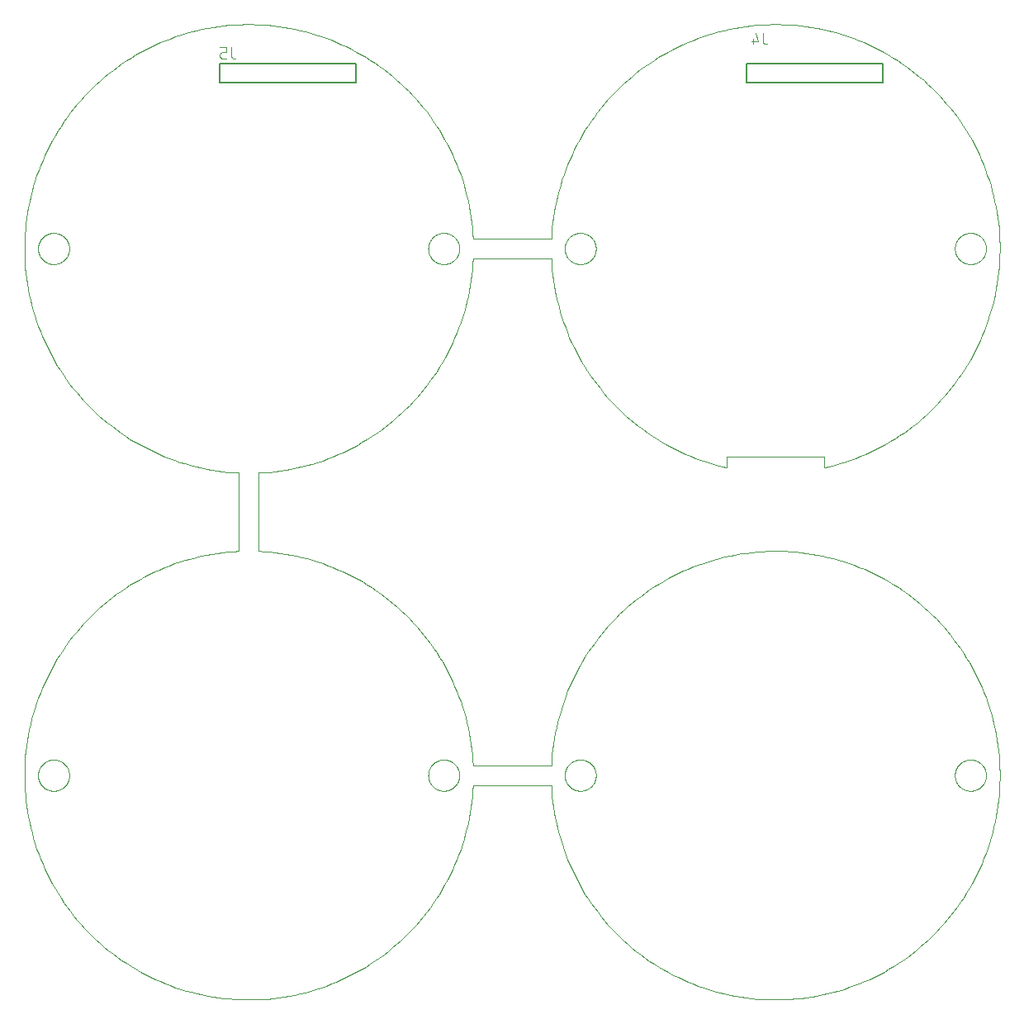
<source format=gbo>
G75*
%MOIN*%
%OFA0B0*%
%FSLAX25Y25*%
%IPPOS*%
%LPD*%
%AMOC8*
5,1,8,0,0,1.08239X$1,22.5*
%
%ADD10C,0.00000*%
%ADD11C,0.00500*%
%ADD12C,0.00400*%
D10*
X0050350Y0092616D02*
X0050352Y0092774D01*
X0050358Y0092932D01*
X0050368Y0093090D01*
X0050382Y0093248D01*
X0050400Y0093405D01*
X0050421Y0093562D01*
X0050447Y0093718D01*
X0050477Y0093874D01*
X0050510Y0094029D01*
X0050548Y0094182D01*
X0050589Y0094335D01*
X0050634Y0094487D01*
X0050683Y0094638D01*
X0050736Y0094787D01*
X0050792Y0094935D01*
X0050852Y0095081D01*
X0050916Y0095226D01*
X0050984Y0095369D01*
X0051055Y0095511D01*
X0051129Y0095651D01*
X0051207Y0095788D01*
X0051289Y0095924D01*
X0051373Y0096058D01*
X0051462Y0096189D01*
X0051553Y0096318D01*
X0051648Y0096445D01*
X0051745Y0096570D01*
X0051846Y0096692D01*
X0051950Y0096811D01*
X0052057Y0096928D01*
X0052167Y0097042D01*
X0052280Y0097153D01*
X0052395Y0097262D01*
X0052513Y0097367D01*
X0052634Y0097469D01*
X0052757Y0097569D01*
X0052883Y0097665D01*
X0053011Y0097758D01*
X0053141Y0097848D01*
X0053274Y0097934D01*
X0053409Y0098018D01*
X0053545Y0098097D01*
X0053684Y0098174D01*
X0053825Y0098246D01*
X0053967Y0098316D01*
X0054111Y0098381D01*
X0054257Y0098443D01*
X0054404Y0098501D01*
X0054553Y0098556D01*
X0054703Y0098607D01*
X0054854Y0098654D01*
X0055006Y0098697D01*
X0055159Y0098736D01*
X0055314Y0098772D01*
X0055469Y0098803D01*
X0055625Y0098831D01*
X0055781Y0098855D01*
X0055938Y0098875D01*
X0056096Y0098891D01*
X0056253Y0098903D01*
X0056412Y0098911D01*
X0056570Y0098915D01*
X0056728Y0098915D01*
X0056886Y0098911D01*
X0057045Y0098903D01*
X0057202Y0098891D01*
X0057360Y0098875D01*
X0057517Y0098855D01*
X0057673Y0098831D01*
X0057829Y0098803D01*
X0057984Y0098772D01*
X0058139Y0098736D01*
X0058292Y0098697D01*
X0058444Y0098654D01*
X0058595Y0098607D01*
X0058745Y0098556D01*
X0058894Y0098501D01*
X0059041Y0098443D01*
X0059187Y0098381D01*
X0059331Y0098316D01*
X0059473Y0098246D01*
X0059614Y0098174D01*
X0059753Y0098097D01*
X0059889Y0098018D01*
X0060024Y0097934D01*
X0060157Y0097848D01*
X0060287Y0097758D01*
X0060415Y0097665D01*
X0060541Y0097569D01*
X0060664Y0097469D01*
X0060785Y0097367D01*
X0060903Y0097262D01*
X0061018Y0097153D01*
X0061131Y0097042D01*
X0061241Y0096928D01*
X0061348Y0096811D01*
X0061452Y0096692D01*
X0061553Y0096570D01*
X0061650Y0096445D01*
X0061745Y0096318D01*
X0061836Y0096189D01*
X0061925Y0096058D01*
X0062009Y0095924D01*
X0062091Y0095788D01*
X0062169Y0095651D01*
X0062243Y0095511D01*
X0062314Y0095369D01*
X0062382Y0095226D01*
X0062446Y0095081D01*
X0062506Y0094935D01*
X0062562Y0094787D01*
X0062615Y0094638D01*
X0062664Y0094487D01*
X0062709Y0094335D01*
X0062750Y0094182D01*
X0062788Y0094029D01*
X0062821Y0093874D01*
X0062851Y0093718D01*
X0062877Y0093562D01*
X0062898Y0093405D01*
X0062916Y0093248D01*
X0062930Y0093090D01*
X0062940Y0092932D01*
X0062946Y0092774D01*
X0062948Y0092616D01*
X0062946Y0092458D01*
X0062940Y0092300D01*
X0062930Y0092142D01*
X0062916Y0091984D01*
X0062898Y0091827D01*
X0062877Y0091670D01*
X0062851Y0091514D01*
X0062821Y0091358D01*
X0062788Y0091203D01*
X0062750Y0091050D01*
X0062709Y0090897D01*
X0062664Y0090745D01*
X0062615Y0090594D01*
X0062562Y0090445D01*
X0062506Y0090297D01*
X0062446Y0090151D01*
X0062382Y0090006D01*
X0062314Y0089863D01*
X0062243Y0089721D01*
X0062169Y0089581D01*
X0062091Y0089444D01*
X0062009Y0089308D01*
X0061925Y0089174D01*
X0061836Y0089043D01*
X0061745Y0088914D01*
X0061650Y0088787D01*
X0061553Y0088662D01*
X0061452Y0088540D01*
X0061348Y0088421D01*
X0061241Y0088304D01*
X0061131Y0088190D01*
X0061018Y0088079D01*
X0060903Y0087970D01*
X0060785Y0087865D01*
X0060664Y0087763D01*
X0060541Y0087663D01*
X0060415Y0087567D01*
X0060287Y0087474D01*
X0060157Y0087384D01*
X0060024Y0087298D01*
X0059889Y0087214D01*
X0059753Y0087135D01*
X0059614Y0087058D01*
X0059473Y0086986D01*
X0059331Y0086916D01*
X0059187Y0086851D01*
X0059041Y0086789D01*
X0058894Y0086731D01*
X0058745Y0086676D01*
X0058595Y0086625D01*
X0058444Y0086578D01*
X0058292Y0086535D01*
X0058139Y0086496D01*
X0057984Y0086460D01*
X0057829Y0086429D01*
X0057673Y0086401D01*
X0057517Y0086377D01*
X0057360Y0086357D01*
X0057202Y0086341D01*
X0057045Y0086329D01*
X0056886Y0086321D01*
X0056728Y0086317D01*
X0056570Y0086317D01*
X0056412Y0086321D01*
X0056253Y0086329D01*
X0056096Y0086341D01*
X0055938Y0086357D01*
X0055781Y0086377D01*
X0055625Y0086401D01*
X0055469Y0086429D01*
X0055314Y0086460D01*
X0055159Y0086496D01*
X0055006Y0086535D01*
X0054854Y0086578D01*
X0054703Y0086625D01*
X0054553Y0086676D01*
X0054404Y0086731D01*
X0054257Y0086789D01*
X0054111Y0086851D01*
X0053967Y0086916D01*
X0053825Y0086986D01*
X0053684Y0087058D01*
X0053545Y0087135D01*
X0053409Y0087214D01*
X0053274Y0087298D01*
X0053141Y0087384D01*
X0053011Y0087474D01*
X0052883Y0087567D01*
X0052757Y0087663D01*
X0052634Y0087763D01*
X0052513Y0087865D01*
X0052395Y0087970D01*
X0052280Y0088079D01*
X0052167Y0088190D01*
X0052057Y0088304D01*
X0051950Y0088421D01*
X0051846Y0088540D01*
X0051745Y0088662D01*
X0051648Y0088787D01*
X0051553Y0088914D01*
X0051462Y0089043D01*
X0051373Y0089174D01*
X0051289Y0089308D01*
X0051207Y0089444D01*
X0051129Y0089581D01*
X0051055Y0089721D01*
X0050984Y0089863D01*
X0050916Y0090006D01*
X0050852Y0090151D01*
X0050792Y0090297D01*
X0050736Y0090445D01*
X0050683Y0090594D01*
X0050634Y0090745D01*
X0050589Y0090897D01*
X0050548Y0091050D01*
X0050510Y0091203D01*
X0050477Y0091358D01*
X0050447Y0091514D01*
X0050421Y0091670D01*
X0050400Y0091827D01*
X0050382Y0091984D01*
X0050368Y0092142D01*
X0050358Y0092300D01*
X0050352Y0092458D01*
X0050350Y0092616D01*
X0139326Y0183081D02*
X0141525Y0182959D01*
X0143721Y0182783D01*
X0145911Y0182554D01*
X0148096Y0182271D01*
X0150273Y0181935D01*
X0152441Y0181547D01*
X0154599Y0181106D01*
X0156745Y0180613D01*
X0158879Y0180067D01*
X0160999Y0179470D01*
X0163104Y0178821D01*
X0165193Y0178122D01*
X0167264Y0177372D01*
X0169316Y0176571D01*
X0171348Y0175721D01*
X0173358Y0174822D01*
X0175346Y0173874D01*
X0177311Y0172878D01*
X0179251Y0171835D01*
X0181165Y0170745D01*
X0183051Y0169608D01*
X0184910Y0168426D01*
X0186739Y0167199D01*
X0188538Y0165928D01*
X0190305Y0164614D01*
X0192040Y0163257D01*
X0193742Y0161858D01*
X0195409Y0160418D01*
X0197040Y0158938D01*
X0198635Y0157419D01*
X0200192Y0155862D01*
X0201711Y0154267D01*
X0203191Y0152636D01*
X0204631Y0150969D01*
X0206030Y0149267D01*
X0207387Y0147532D01*
X0208701Y0145765D01*
X0209972Y0143966D01*
X0211199Y0142137D01*
X0212381Y0140278D01*
X0213518Y0138392D01*
X0214608Y0136478D01*
X0215651Y0134538D01*
X0216647Y0132573D01*
X0217595Y0130585D01*
X0218494Y0128575D01*
X0219344Y0126543D01*
X0220145Y0124491D01*
X0220895Y0122420D01*
X0221594Y0120331D01*
X0222243Y0118226D01*
X0222840Y0116106D01*
X0223386Y0113972D01*
X0223879Y0111826D01*
X0224320Y0109668D01*
X0224708Y0107500D01*
X0225044Y0105323D01*
X0225327Y0103138D01*
X0225556Y0100948D01*
X0225732Y0098752D01*
X0225854Y0096553D01*
X0225855Y0096554D02*
X0257522Y0096554D01*
X0257522Y0088679D02*
X0225855Y0088679D01*
X0207830Y0092616D02*
X0207832Y0092774D01*
X0207838Y0092932D01*
X0207848Y0093090D01*
X0207862Y0093248D01*
X0207880Y0093405D01*
X0207901Y0093562D01*
X0207927Y0093718D01*
X0207957Y0093874D01*
X0207990Y0094029D01*
X0208028Y0094182D01*
X0208069Y0094335D01*
X0208114Y0094487D01*
X0208163Y0094638D01*
X0208216Y0094787D01*
X0208272Y0094935D01*
X0208332Y0095081D01*
X0208396Y0095226D01*
X0208464Y0095369D01*
X0208535Y0095511D01*
X0208609Y0095651D01*
X0208687Y0095788D01*
X0208769Y0095924D01*
X0208853Y0096058D01*
X0208942Y0096189D01*
X0209033Y0096318D01*
X0209128Y0096445D01*
X0209225Y0096570D01*
X0209326Y0096692D01*
X0209430Y0096811D01*
X0209537Y0096928D01*
X0209647Y0097042D01*
X0209760Y0097153D01*
X0209875Y0097262D01*
X0209993Y0097367D01*
X0210114Y0097469D01*
X0210237Y0097569D01*
X0210363Y0097665D01*
X0210491Y0097758D01*
X0210621Y0097848D01*
X0210754Y0097934D01*
X0210889Y0098018D01*
X0211025Y0098097D01*
X0211164Y0098174D01*
X0211305Y0098246D01*
X0211447Y0098316D01*
X0211591Y0098381D01*
X0211737Y0098443D01*
X0211884Y0098501D01*
X0212033Y0098556D01*
X0212183Y0098607D01*
X0212334Y0098654D01*
X0212486Y0098697D01*
X0212639Y0098736D01*
X0212794Y0098772D01*
X0212949Y0098803D01*
X0213105Y0098831D01*
X0213261Y0098855D01*
X0213418Y0098875D01*
X0213576Y0098891D01*
X0213733Y0098903D01*
X0213892Y0098911D01*
X0214050Y0098915D01*
X0214208Y0098915D01*
X0214366Y0098911D01*
X0214525Y0098903D01*
X0214682Y0098891D01*
X0214840Y0098875D01*
X0214997Y0098855D01*
X0215153Y0098831D01*
X0215309Y0098803D01*
X0215464Y0098772D01*
X0215619Y0098736D01*
X0215772Y0098697D01*
X0215924Y0098654D01*
X0216075Y0098607D01*
X0216225Y0098556D01*
X0216374Y0098501D01*
X0216521Y0098443D01*
X0216667Y0098381D01*
X0216811Y0098316D01*
X0216953Y0098246D01*
X0217094Y0098174D01*
X0217233Y0098097D01*
X0217369Y0098018D01*
X0217504Y0097934D01*
X0217637Y0097848D01*
X0217767Y0097758D01*
X0217895Y0097665D01*
X0218021Y0097569D01*
X0218144Y0097469D01*
X0218265Y0097367D01*
X0218383Y0097262D01*
X0218498Y0097153D01*
X0218611Y0097042D01*
X0218721Y0096928D01*
X0218828Y0096811D01*
X0218932Y0096692D01*
X0219033Y0096570D01*
X0219130Y0096445D01*
X0219225Y0096318D01*
X0219316Y0096189D01*
X0219405Y0096058D01*
X0219489Y0095924D01*
X0219571Y0095788D01*
X0219649Y0095651D01*
X0219723Y0095511D01*
X0219794Y0095369D01*
X0219862Y0095226D01*
X0219926Y0095081D01*
X0219986Y0094935D01*
X0220042Y0094787D01*
X0220095Y0094638D01*
X0220144Y0094487D01*
X0220189Y0094335D01*
X0220230Y0094182D01*
X0220268Y0094029D01*
X0220301Y0093874D01*
X0220331Y0093718D01*
X0220357Y0093562D01*
X0220378Y0093405D01*
X0220396Y0093248D01*
X0220410Y0093090D01*
X0220420Y0092932D01*
X0220426Y0092774D01*
X0220428Y0092616D01*
X0220426Y0092458D01*
X0220420Y0092300D01*
X0220410Y0092142D01*
X0220396Y0091984D01*
X0220378Y0091827D01*
X0220357Y0091670D01*
X0220331Y0091514D01*
X0220301Y0091358D01*
X0220268Y0091203D01*
X0220230Y0091050D01*
X0220189Y0090897D01*
X0220144Y0090745D01*
X0220095Y0090594D01*
X0220042Y0090445D01*
X0219986Y0090297D01*
X0219926Y0090151D01*
X0219862Y0090006D01*
X0219794Y0089863D01*
X0219723Y0089721D01*
X0219649Y0089581D01*
X0219571Y0089444D01*
X0219489Y0089308D01*
X0219405Y0089174D01*
X0219316Y0089043D01*
X0219225Y0088914D01*
X0219130Y0088787D01*
X0219033Y0088662D01*
X0218932Y0088540D01*
X0218828Y0088421D01*
X0218721Y0088304D01*
X0218611Y0088190D01*
X0218498Y0088079D01*
X0218383Y0087970D01*
X0218265Y0087865D01*
X0218144Y0087763D01*
X0218021Y0087663D01*
X0217895Y0087567D01*
X0217767Y0087474D01*
X0217637Y0087384D01*
X0217504Y0087298D01*
X0217369Y0087214D01*
X0217233Y0087135D01*
X0217094Y0087058D01*
X0216953Y0086986D01*
X0216811Y0086916D01*
X0216667Y0086851D01*
X0216521Y0086789D01*
X0216374Y0086731D01*
X0216225Y0086676D01*
X0216075Y0086625D01*
X0215924Y0086578D01*
X0215772Y0086535D01*
X0215619Y0086496D01*
X0215464Y0086460D01*
X0215309Y0086429D01*
X0215153Y0086401D01*
X0214997Y0086377D01*
X0214840Y0086357D01*
X0214682Y0086341D01*
X0214525Y0086329D01*
X0214366Y0086321D01*
X0214208Y0086317D01*
X0214050Y0086317D01*
X0213892Y0086321D01*
X0213733Y0086329D01*
X0213576Y0086341D01*
X0213418Y0086357D01*
X0213261Y0086377D01*
X0213105Y0086401D01*
X0212949Y0086429D01*
X0212794Y0086460D01*
X0212639Y0086496D01*
X0212486Y0086535D01*
X0212334Y0086578D01*
X0212183Y0086625D01*
X0212033Y0086676D01*
X0211884Y0086731D01*
X0211737Y0086789D01*
X0211591Y0086851D01*
X0211447Y0086916D01*
X0211305Y0086986D01*
X0211164Y0087058D01*
X0211025Y0087135D01*
X0210889Y0087214D01*
X0210754Y0087298D01*
X0210621Y0087384D01*
X0210491Y0087474D01*
X0210363Y0087567D01*
X0210237Y0087663D01*
X0210114Y0087763D01*
X0209993Y0087865D01*
X0209875Y0087970D01*
X0209760Y0088079D01*
X0209647Y0088190D01*
X0209537Y0088304D01*
X0209430Y0088421D01*
X0209326Y0088540D01*
X0209225Y0088662D01*
X0209128Y0088787D01*
X0209033Y0088914D01*
X0208942Y0089043D01*
X0208853Y0089174D01*
X0208769Y0089308D01*
X0208687Y0089444D01*
X0208609Y0089581D01*
X0208535Y0089721D01*
X0208464Y0089863D01*
X0208396Y0090006D01*
X0208332Y0090151D01*
X0208272Y0090297D01*
X0208216Y0090445D01*
X0208163Y0090594D01*
X0208114Y0090745D01*
X0208069Y0090897D01*
X0208028Y0091050D01*
X0207990Y0091203D01*
X0207957Y0091358D01*
X0207927Y0091514D01*
X0207901Y0091670D01*
X0207880Y0091827D01*
X0207862Y0091984D01*
X0207848Y0092142D01*
X0207838Y0092300D01*
X0207832Y0092458D01*
X0207830Y0092616D01*
X0262948Y0092616D02*
X0262950Y0092774D01*
X0262956Y0092932D01*
X0262966Y0093090D01*
X0262980Y0093248D01*
X0262998Y0093405D01*
X0263019Y0093562D01*
X0263045Y0093718D01*
X0263075Y0093874D01*
X0263108Y0094029D01*
X0263146Y0094182D01*
X0263187Y0094335D01*
X0263232Y0094487D01*
X0263281Y0094638D01*
X0263334Y0094787D01*
X0263390Y0094935D01*
X0263450Y0095081D01*
X0263514Y0095226D01*
X0263582Y0095369D01*
X0263653Y0095511D01*
X0263727Y0095651D01*
X0263805Y0095788D01*
X0263887Y0095924D01*
X0263971Y0096058D01*
X0264060Y0096189D01*
X0264151Y0096318D01*
X0264246Y0096445D01*
X0264343Y0096570D01*
X0264444Y0096692D01*
X0264548Y0096811D01*
X0264655Y0096928D01*
X0264765Y0097042D01*
X0264878Y0097153D01*
X0264993Y0097262D01*
X0265111Y0097367D01*
X0265232Y0097469D01*
X0265355Y0097569D01*
X0265481Y0097665D01*
X0265609Y0097758D01*
X0265739Y0097848D01*
X0265872Y0097934D01*
X0266007Y0098018D01*
X0266143Y0098097D01*
X0266282Y0098174D01*
X0266423Y0098246D01*
X0266565Y0098316D01*
X0266709Y0098381D01*
X0266855Y0098443D01*
X0267002Y0098501D01*
X0267151Y0098556D01*
X0267301Y0098607D01*
X0267452Y0098654D01*
X0267604Y0098697D01*
X0267757Y0098736D01*
X0267912Y0098772D01*
X0268067Y0098803D01*
X0268223Y0098831D01*
X0268379Y0098855D01*
X0268536Y0098875D01*
X0268694Y0098891D01*
X0268851Y0098903D01*
X0269010Y0098911D01*
X0269168Y0098915D01*
X0269326Y0098915D01*
X0269484Y0098911D01*
X0269643Y0098903D01*
X0269800Y0098891D01*
X0269958Y0098875D01*
X0270115Y0098855D01*
X0270271Y0098831D01*
X0270427Y0098803D01*
X0270582Y0098772D01*
X0270737Y0098736D01*
X0270890Y0098697D01*
X0271042Y0098654D01*
X0271193Y0098607D01*
X0271343Y0098556D01*
X0271492Y0098501D01*
X0271639Y0098443D01*
X0271785Y0098381D01*
X0271929Y0098316D01*
X0272071Y0098246D01*
X0272212Y0098174D01*
X0272351Y0098097D01*
X0272487Y0098018D01*
X0272622Y0097934D01*
X0272755Y0097848D01*
X0272885Y0097758D01*
X0273013Y0097665D01*
X0273139Y0097569D01*
X0273262Y0097469D01*
X0273383Y0097367D01*
X0273501Y0097262D01*
X0273616Y0097153D01*
X0273729Y0097042D01*
X0273839Y0096928D01*
X0273946Y0096811D01*
X0274050Y0096692D01*
X0274151Y0096570D01*
X0274248Y0096445D01*
X0274343Y0096318D01*
X0274434Y0096189D01*
X0274523Y0096058D01*
X0274607Y0095924D01*
X0274689Y0095788D01*
X0274767Y0095651D01*
X0274841Y0095511D01*
X0274912Y0095369D01*
X0274980Y0095226D01*
X0275044Y0095081D01*
X0275104Y0094935D01*
X0275160Y0094787D01*
X0275213Y0094638D01*
X0275262Y0094487D01*
X0275307Y0094335D01*
X0275348Y0094182D01*
X0275386Y0094029D01*
X0275419Y0093874D01*
X0275449Y0093718D01*
X0275475Y0093562D01*
X0275496Y0093405D01*
X0275514Y0093248D01*
X0275528Y0093090D01*
X0275538Y0092932D01*
X0275544Y0092774D01*
X0275546Y0092616D01*
X0275544Y0092458D01*
X0275538Y0092300D01*
X0275528Y0092142D01*
X0275514Y0091984D01*
X0275496Y0091827D01*
X0275475Y0091670D01*
X0275449Y0091514D01*
X0275419Y0091358D01*
X0275386Y0091203D01*
X0275348Y0091050D01*
X0275307Y0090897D01*
X0275262Y0090745D01*
X0275213Y0090594D01*
X0275160Y0090445D01*
X0275104Y0090297D01*
X0275044Y0090151D01*
X0274980Y0090006D01*
X0274912Y0089863D01*
X0274841Y0089721D01*
X0274767Y0089581D01*
X0274689Y0089444D01*
X0274607Y0089308D01*
X0274523Y0089174D01*
X0274434Y0089043D01*
X0274343Y0088914D01*
X0274248Y0088787D01*
X0274151Y0088662D01*
X0274050Y0088540D01*
X0273946Y0088421D01*
X0273839Y0088304D01*
X0273729Y0088190D01*
X0273616Y0088079D01*
X0273501Y0087970D01*
X0273383Y0087865D01*
X0273262Y0087763D01*
X0273139Y0087663D01*
X0273013Y0087567D01*
X0272885Y0087474D01*
X0272755Y0087384D01*
X0272622Y0087298D01*
X0272487Y0087214D01*
X0272351Y0087135D01*
X0272212Y0087058D01*
X0272071Y0086986D01*
X0271929Y0086916D01*
X0271785Y0086851D01*
X0271639Y0086789D01*
X0271492Y0086731D01*
X0271343Y0086676D01*
X0271193Y0086625D01*
X0271042Y0086578D01*
X0270890Y0086535D01*
X0270737Y0086496D01*
X0270582Y0086460D01*
X0270427Y0086429D01*
X0270271Y0086401D01*
X0270115Y0086377D01*
X0269958Y0086357D01*
X0269800Y0086341D01*
X0269643Y0086329D01*
X0269484Y0086321D01*
X0269326Y0086317D01*
X0269168Y0086317D01*
X0269010Y0086321D01*
X0268851Y0086329D01*
X0268694Y0086341D01*
X0268536Y0086357D01*
X0268379Y0086377D01*
X0268223Y0086401D01*
X0268067Y0086429D01*
X0267912Y0086460D01*
X0267757Y0086496D01*
X0267604Y0086535D01*
X0267452Y0086578D01*
X0267301Y0086625D01*
X0267151Y0086676D01*
X0267002Y0086731D01*
X0266855Y0086789D01*
X0266709Y0086851D01*
X0266565Y0086916D01*
X0266423Y0086986D01*
X0266282Y0087058D01*
X0266143Y0087135D01*
X0266007Y0087214D01*
X0265872Y0087298D01*
X0265739Y0087384D01*
X0265609Y0087474D01*
X0265481Y0087567D01*
X0265355Y0087663D01*
X0265232Y0087763D01*
X0265111Y0087865D01*
X0264993Y0087970D01*
X0264878Y0088079D01*
X0264765Y0088190D01*
X0264655Y0088304D01*
X0264548Y0088421D01*
X0264444Y0088540D01*
X0264343Y0088662D01*
X0264246Y0088787D01*
X0264151Y0088914D01*
X0264060Y0089043D01*
X0263971Y0089174D01*
X0263887Y0089308D01*
X0263805Y0089444D01*
X0263727Y0089581D01*
X0263653Y0089721D01*
X0263582Y0089863D01*
X0263514Y0090006D01*
X0263450Y0090151D01*
X0263390Y0090297D01*
X0263334Y0090445D01*
X0263281Y0090594D01*
X0263232Y0090745D01*
X0263187Y0090897D01*
X0263146Y0091050D01*
X0263108Y0091203D01*
X0263075Y0091358D01*
X0263045Y0091514D01*
X0263019Y0091670D01*
X0262998Y0091827D01*
X0262980Y0091984D01*
X0262966Y0092142D01*
X0262956Y0092300D01*
X0262950Y0092458D01*
X0262948Y0092616D01*
X0257523Y0088679D02*
X0257646Y0086465D01*
X0257824Y0084254D01*
X0258056Y0082049D01*
X0258341Y0079850D01*
X0258681Y0077658D01*
X0259074Y0075476D01*
X0259520Y0073304D01*
X0260020Y0071143D01*
X0260572Y0068995D01*
X0261177Y0066862D01*
X0261833Y0064743D01*
X0262542Y0062642D01*
X0263302Y0060558D01*
X0264112Y0058494D01*
X0264973Y0056450D01*
X0265883Y0054428D01*
X0266843Y0052429D01*
X0267851Y0050454D01*
X0268908Y0048504D01*
X0270012Y0046581D01*
X0271163Y0044685D01*
X0272359Y0042818D01*
X0273602Y0040981D01*
X0274888Y0039175D01*
X0276219Y0037401D01*
X0277593Y0035660D01*
X0279008Y0033953D01*
X0280466Y0032282D01*
X0281963Y0030646D01*
X0283501Y0029048D01*
X0285077Y0027488D01*
X0286691Y0025967D01*
X0288341Y0024486D01*
X0290027Y0023046D01*
X0291748Y0021647D01*
X0293503Y0020291D01*
X0295291Y0018979D01*
X0297110Y0017710D01*
X0298959Y0016487D01*
X0300838Y0015309D01*
X0302746Y0014177D01*
X0304680Y0013093D01*
X0306640Y0012056D01*
X0308626Y0011068D01*
X0310634Y0010128D01*
X0312666Y0009238D01*
X0314718Y0008399D01*
X0316790Y0007609D01*
X0318881Y0006871D01*
X0320990Y0006183D01*
X0323115Y0005548D01*
X0325254Y0004965D01*
X0327407Y0004435D01*
X0329573Y0003957D01*
X0331750Y0003533D01*
X0333936Y0003162D01*
X0336131Y0002845D01*
X0338333Y0002581D01*
X0340540Y0002372D01*
X0342753Y0002216D01*
X0344968Y0002115D01*
X0347185Y0002069D01*
X0349403Y0002076D01*
X0351619Y0002138D01*
X0353834Y0002254D01*
X0356045Y0002424D01*
X0358251Y0002649D01*
X0360451Y0002927D01*
X0362644Y0003259D01*
X0364828Y0003645D01*
X0367002Y0004084D01*
X0369164Y0004576D01*
X0371313Y0005121D01*
X0373449Y0005718D01*
X0375569Y0006368D01*
X0377673Y0007069D01*
X0379759Y0007822D01*
X0381826Y0008625D01*
X0383873Y0009479D01*
X0385898Y0010383D01*
X0387900Y0011336D01*
X0389879Y0012338D01*
X0391832Y0013387D01*
X0393759Y0014485D01*
X0395659Y0015629D01*
X0397530Y0016820D01*
X0399371Y0018056D01*
X0401182Y0019336D01*
X0402960Y0020661D01*
X0404706Y0022029D01*
X0406417Y0023439D01*
X0408094Y0024890D01*
X0409734Y0026382D01*
X0411338Y0027914D01*
X0412903Y0029485D01*
X0414430Y0031094D01*
X0415916Y0032739D01*
X0417362Y0034421D01*
X0418767Y0036137D01*
X0420128Y0037887D01*
X0421447Y0039670D01*
X0422722Y0041485D01*
X0423951Y0043330D01*
X0425135Y0045205D01*
X0426273Y0047109D01*
X0427364Y0049040D01*
X0428408Y0050997D01*
X0429403Y0052978D01*
X0430349Y0054984D01*
X0431246Y0057012D01*
X0432093Y0059062D01*
X0432889Y0061131D01*
X0433635Y0063220D01*
X0434329Y0065326D01*
X0434971Y0067449D01*
X0435561Y0069586D01*
X0436099Y0071738D01*
X0436584Y0073902D01*
X0437016Y0076077D01*
X0437394Y0078262D01*
X0437719Y0080456D01*
X0437990Y0082657D01*
X0438207Y0084864D01*
X0438369Y0087075D01*
X0438478Y0089290D01*
X0438532Y0091507D01*
X0438532Y0093725D01*
X0438478Y0095942D01*
X0438369Y0098157D01*
X0438207Y0100368D01*
X0437990Y0102575D01*
X0437719Y0104776D01*
X0437394Y0106970D01*
X0437016Y0109155D01*
X0436584Y0111330D01*
X0436099Y0113494D01*
X0435561Y0115646D01*
X0434971Y0117783D01*
X0434329Y0119906D01*
X0433635Y0122012D01*
X0432889Y0124101D01*
X0432093Y0126170D01*
X0431246Y0128220D01*
X0430349Y0130248D01*
X0429403Y0132254D01*
X0428408Y0134235D01*
X0427364Y0136192D01*
X0426273Y0138123D01*
X0425135Y0140027D01*
X0423951Y0141902D01*
X0422722Y0143747D01*
X0421447Y0145562D01*
X0420128Y0147345D01*
X0418767Y0149095D01*
X0417362Y0150811D01*
X0415916Y0152493D01*
X0414430Y0154138D01*
X0412903Y0155747D01*
X0411338Y0157318D01*
X0409734Y0158850D01*
X0408094Y0160342D01*
X0406417Y0161793D01*
X0404706Y0163203D01*
X0402960Y0164571D01*
X0401182Y0165896D01*
X0399371Y0167176D01*
X0397530Y0168412D01*
X0395659Y0169603D01*
X0393759Y0170747D01*
X0391832Y0171845D01*
X0389879Y0172894D01*
X0387900Y0173896D01*
X0385898Y0174849D01*
X0383873Y0175753D01*
X0381826Y0176607D01*
X0379759Y0177410D01*
X0377673Y0178163D01*
X0375569Y0178864D01*
X0373449Y0179514D01*
X0371313Y0180111D01*
X0369164Y0180656D01*
X0367002Y0181148D01*
X0364828Y0181587D01*
X0362644Y0181973D01*
X0360451Y0182305D01*
X0358251Y0182583D01*
X0356045Y0182808D01*
X0353834Y0182978D01*
X0351619Y0183094D01*
X0349403Y0183156D01*
X0347185Y0183163D01*
X0344968Y0183117D01*
X0342753Y0183016D01*
X0340540Y0182860D01*
X0338333Y0182651D01*
X0336131Y0182387D01*
X0333936Y0182070D01*
X0331750Y0181699D01*
X0329573Y0181275D01*
X0327407Y0180797D01*
X0325254Y0180267D01*
X0323115Y0179684D01*
X0320990Y0179049D01*
X0318881Y0178361D01*
X0316790Y0177623D01*
X0314718Y0176833D01*
X0312666Y0175994D01*
X0310634Y0175104D01*
X0308626Y0174164D01*
X0306640Y0173176D01*
X0304680Y0172139D01*
X0302746Y0171055D01*
X0300838Y0169923D01*
X0298959Y0168745D01*
X0297110Y0167522D01*
X0295291Y0166253D01*
X0293503Y0164941D01*
X0291748Y0163585D01*
X0290027Y0162186D01*
X0288341Y0160746D01*
X0286691Y0159265D01*
X0285077Y0157744D01*
X0283501Y0156184D01*
X0281963Y0154586D01*
X0280466Y0152950D01*
X0279008Y0151279D01*
X0277593Y0149572D01*
X0276219Y0147831D01*
X0274888Y0146057D01*
X0273602Y0144251D01*
X0272359Y0142414D01*
X0271163Y0140547D01*
X0270012Y0138651D01*
X0268908Y0136728D01*
X0267851Y0134778D01*
X0266843Y0132803D01*
X0265883Y0130804D01*
X0264973Y0128782D01*
X0264112Y0126738D01*
X0263302Y0124674D01*
X0262542Y0122590D01*
X0261833Y0120489D01*
X0261177Y0118370D01*
X0260572Y0116237D01*
X0260020Y0114089D01*
X0259520Y0111928D01*
X0259074Y0109756D01*
X0258681Y0107574D01*
X0258341Y0105382D01*
X0258056Y0103183D01*
X0257824Y0100978D01*
X0257646Y0098767D01*
X0257523Y0096553D01*
X0139326Y0183082D02*
X0139326Y0214750D01*
X0131452Y0214750D02*
X0131452Y0183082D01*
X0131452Y0183081D02*
X0129239Y0182958D01*
X0127031Y0182780D01*
X0124827Y0182549D01*
X0122629Y0182263D01*
X0120439Y0181924D01*
X0118258Y0181532D01*
X0116088Y0181086D01*
X0113928Y0180587D01*
X0111782Y0180036D01*
X0109650Y0179432D01*
X0107533Y0178776D01*
X0105433Y0178069D01*
X0103351Y0177310D01*
X0101288Y0176501D01*
X0099246Y0175641D01*
X0097225Y0174732D01*
X0095227Y0173773D01*
X0093253Y0172766D01*
X0091304Y0171711D01*
X0089382Y0170609D01*
X0087487Y0169459D01*
X0085621Y0168264D01*
X0083785Y0167024D01*
X0081980Y0165739D01*
X0080206Y0164410D01*
X0078466Y0163038D01*
X0076760Y0161624D01*
X0075089Y0160168D01*
X0073454Y0158673D01*
X0071856Y0157137D01*
X0070296Y0155563D01*
X0068775Y0153952D01*
X0067294Y0152303D01*
X0065854Y0150619D01*
X0064455Y0148900D01*
X0063099Y0147147D01*
X0061786Y0145362D01*
X0060518Y0143545D01*
X0059294Y0141698D01*
X0058116Y0139821D01*
X0056984Y0137916D01*
X0055899Y0135984D01*
X0054861Y0134026D01*
X0053872Y0132043D01*
X0052932Y0130036D01*
X0052041Y0128007D01*
X0051199Y0125957D01*
X0050409Y0123887D01*
X0049669Y0121798D01*
X0048981Y0119691D01*
X0048344Y0117569D01*
X0047759Y0115431D01*
X0047227Y0113280D01*
X0046748Y0111117D01*
X0046322Y0108942D01*
X0045949Y0106758D01*
X0045630Y0104565D01*
X0045364Y0102365D01*
X0045153Y0100159D01*
X0044995Y0097948D01*
X0044892Y0095735D01*
X0044843Y0093519D01*
X0044848Y0091303D01*
X0044907Y0089088D01*
X0045020Y0086875D01*
X0045188Y0084665D01*
X0045409Y0082460D01*
X0045685Y0080262D01*
X0046014Y0078070D01*
X0046397Y0075887D01*
X0046833Y0073715D01*
X0047322Y0071553D01*
X0047863Y0069405D01*
X0048458Y0067270D01*
X0049104Y0065150D01*
X0049802Y0063047D01*
X0050551Y0060961D01*
X0051351Y0058895D01*
X0052201Y0056849D01*
X0053102Y0054824D01*
X0054051Y0052821D01*
X0055049Y0050843D01*
X0056095Y0048889D01*
X0057189Y0046962D01*
X0058330Y0045062D01*
X0059517Y0043191D01*
X0060749Y0041349D01*
X0062026Y0039538D01*
X0063346Y0037758D01*
X0064710Y0036012D01*
X0066117Y0034299D01*
X0067565Y0032622D01*
X0069053Y0030980D01*
X0070581Y0029375D01*
X0072148Y0027808D01*
X0073753Y0026280D01*
X0075395Y0024792D01*
X0077072Y0023344D01*
X0078785Y0021937D01*
X0080531Y0020573D01*
X0082311Y0019253D01*
X0084122Y0017976D01*
X0085964Y0016744D01*
X0087835Y0015557D01*
X0089735Y0014416D01*
X0091662Y0013322D01*
X0093616Y0012276D01*
X0095594Y0011278D01*
X0097597Y0010329D01*
X0099622Y0009428D01*
X0101668Y0008578D01*
X0103734Y0007778D01*
X0105820Y0007029D01*
X0107923Y0006331D01*
X0110043Y0005685D01*
X0112178Y0005090D01*
X0114326Y0004549D01*
X0116488Y0004060D01*
X0118660Y0003624D01*
X0120843Y0003241D01*
X0123035Y0002912D01*
X0125233Y0002636D01*
X0127438Y0002415D01*
X0129648Y0002247D01*
X0131861Y0002134D01*
X0134076Y0002075D01*
X0136292Y0002070D01*
X0138508Y0002119D01*
X0140721Y0002222D01*
X0142932Y0002380D01*
X0145138Y0002591D01*
X0147338Y0002857D01*
X0149531Y0003176D01*
X0151715Y0003549D01*
X0153890Y0003975D01*
X0156053Y0004454D01*
X0158204Y0004986D01*
X0160342Y0005571D01*
X0162464Y0006208D01*
X0164571Y0006896D01*
X0166660Y0007636D01*
X0168730Y0008426D01*
X0170780Y0009268D01*
X0172809Y0010159D01*
X0174816Y0011099D01*
X0176799Y0012088D01*
X0178757Y0013126D01*
X0180689Y0014211D01*
X0182594Y0015343D01*
X0184471Y0016521D01*
X0186318Y0017745D01*
X0188135Y0019013D01*
X0189920Y0020326D01*
X0191673Y0021682D01*
X0193392Y0023081D01*
X0195076Y0024521D01*
X0196725Y0026002D01*
X0198336Y0027523D01*
X0199910Y0029083D01*
X0201446Y0030681D01*
X0202941Y0032316D01*
X0204397Y0033987D01*
X0205811Y0035693D01*
X0207183Y0037433D01*
X0208512Y0039207D01*
X0209797Y0041012D01*
X0211037Y0042848D01*
X0212232Y0044714D01*
X0213382Y0046609D01*
X0214484Y0048531D01*
X0215539Y0050480D01*
X0216546Y0052454D01*
X0217505Y0054452D01*
X0218414Y0056473D01*
X0219274Y0058515D01*
X0220083Y0060578D01*
X0220842Y0062660D01*
X0221549Y0064760D01*
X0222205Y0066877D01*
X0222809Y0069009D01*
X0223360Y0071155D01*
X0223859Y0073315D01*
X0224305Y0075485D01*
X0224697Y0077666D01*
X0225036Y0079856D01*
X0225322Y0082054D01*
X0225553Y0084258D01*
X0225731Y0086466D01*
X0225854Y0088679D01*
X0328302Y0216829D02*
X0328302Y0221357D01*
X0367673Y0221357D01*
X0367673Y0216829D01*
X0328302Y0216830D02*
X0326167Y0217332D01*
X0324044Y0217887D01*
X0321936Y0218492D01*
X0319843Y0219149D01*
X0317767Y0219856D01*
X0315708Y0220613D01*
X0313668Y0221419D01*
X0311648Y0222275D01*
X0309650Y0223180D01*
X0307674Y0224133D01*
X0305722Y0225133D01*
X0303794Y0226180D01*
X0301893Y0227274D01*
X0300018Y0228413D01*
X0298172Y0229598D01*
X0296355Y0230827D01*
X0294568Y0232099D01*
X0292813Y0233415D01*
X0291090Y0234772D01*
X0289400Y0236171D01*
X0287745Y0237610D01*
X0286125Y0239089D01*
X0284542Y0240607D01*
X0282995Y0242163D01*
X0281487Y0243756D01*
X0280018Y0245385D01*
X0278588Y0247049D01*
X0277200Y0248747D01*
X0275853Y0250478D01*
X0274548Y0252241D01*
X0273286Y0254036D01*
X0272069Y0255860D01*
X0270895Y0257714D01*
X0269767Y0259595D01*
X0268685Y0261503D01*
X0267650Y0263437D01*
X0266661Y0265395D01*
X0265721Y0267377D01*
X0264828Y0269381D01*
X0263985Y0271405D01*
X0263190Y0273450D01*
X0262446Y0275514D01*
X0261751Y0277594D01*
X0261108Y0279691D01*
X0260515Y0281803D01*
X0259973Y0283929D01*
X0259484Y0286067D01*
X0259046Y0288217D01*
X0258660Y0290376D01*
X0258327Y0292544D01*
X0258046Y0294720D01*
X0257818Y0296901D01*
X0257644Y0299088D01*
X0257522Y0301278D01*
X0225855Y0301278D01*
X0225855Y0309152D02*
X0257522Y0309152D01*
X0262948Y0305215D02*
X0262950Y0305373D01*
X0262956Y0305531D01*
X0262966Y0305689D01*
X0262980Y0305847D01*
X0262998Y0306004D01*
X0263019Y0306161D01*
X0263045Y0306317D01*
X0263075Y0306473D01*
X0263108Y0306628D01*
X0263146Y0306781D01*
X0263187Y0306934D01*
X0263232Y0307086D01*
X0263281Y0307237D01*
X0263334Y0307386D01*
X0263390Y0307534D01*
X0263450Y0307680D01*
X0263514Y0307825D01*
X0263582Y0307968D01*
X0263653Y0308110D01*
X0263727Y0308250D01*
X0263805Y0308387D01*
X0263887Y0308523D01*
X0263971Y0308657D01*
X0264060Y0308788D01*
X0264151Y0308917D01*
X0264246Y0309044D01*
X0264343Y0309169D01*
X0264444Y0309291D01*
X0264548Y0309410D01*
X0264655Y0309527D01*
X0264765Y0309641D01*
X0264878Y0309752D01*
X0264993Y0309861D01*
X0265111Y0309966D01*
X0265232Y0310068D01*
X0265355Y0310168D01*
X0265481Y0310264D01*
X0265609Y0310357D01*
X0265739Y0310447D01*
X0265872Y0310533D01*
X0266007Y0310617D01*
X0266143Y0310696D01*
X0266282Y0310773D01*
X0266423Y0310845D01*
X0266565Y0310915D01*
X0266709Y0310980D01*
X0266855Y0311042D01*
X0267002Y0311100D01*
X0267151Y0311155D01*
X0267301Y0311206D01*
X0267452Y0311253D01*
X0267604Y0311296D01*
X0267757Y0311335D01*
X0267912Y0311371D01*
X0268067Y0311402D01*
X0268223Y0311430D01*
X0268379Y0311454D01*
X0268536Y0311474D01*
X0268694Y0311490D01*
X0268851Y0311502D01*
X0269010Y0311510D01*
X0269168Y0311514D01*
X0269326Y0311514D01*
X0269484Y0311510D01*
X0269643Y0311502D01*
X0269800Y0311490D01*
X0269958Y0311474D01*
X0270115Y0311454D01*
X0270271Y0311430D01*
X0270427Y0311402D01*
X0270582Y0311371D01*
X0270737Y0311335D01*
X0270890Y0311296D01*
X0271042Y0311253D01*
X0271193Y0311206D01*
X0271343Y0311155D01*
X0271492Y0311100D01*
X0271639Y0311042D01*
X0271785Y0310980D01*
X0271929Y0310915D01*
X0272071Y0310845D01*
X0272212Y0310773D01*
X0272351Y0310696D01*
X0272487Y0310617D01*
X0272622Y0310533D01*
X0272755Y0310447D01*
X0272885Y0310357D01*
X0273013Y0310264D01*
X0273139Y0310168D01*
X0273262Y0310068D01*
X0273383Y0309966D01*
X0273501Y0309861D01*
X0273616Y0309752D01*
X0273729Y0309641D01*
X0273839Y0309527D01*
X0273946Y0309410D01*
X0274050Y0309291D01*
X0274151Y0309169D01*
X0274248Y0309044D01*
X0274343Y0308917D01*
X0274434Y0308788D01*
X0274523Y0308657D01*
X0274607Y0308523D01*
X0274689Y0308387D01*
X0274767Y0308250D01*
X0274841Y0308110D01*
X0274912Y0307968D01*
X0274980Y0307825D01*
X0275044Y0307680D01*
X0275104Y0307534D01*
X0275160Y0307386D01*
X0275213Y0307237D01*
X0275262Y0307086D01*
X0275307Y0306934D01*
X0275348Y0306781D01*
X0275386Y0306628D01*
X0275419Y0306473D01*
X0275449Y0306317D01*
X0275475Y0306161D01*
X0275496Y0306004D01*
X0275514Y0305847D01*
X0275528Y0305689D01*
X0275538Y0305531D01*
X0275544Y0305373D01*
X0275546Y0305215D01*
X0275544Y0305057D01*
X0275538Y0304899D01*
X0275528Y0304741D01*
X0275514Y0304583D01*
X0275496Y0304426D01*
X0275475Y0304269D01*
X0275449Y0304113D01*
X0275419Y0303957D01*
X0275386Y0303802D01*
X0275348Y0303649D01*
X0275307Y0303496D01*
X0275262Y0303344D01*
X0275213Y0303193D01*
X0275160Y0303044D01*
X0275104Y0302896D01*
X0275044Y0302750D01*
X0274980Y0302605D01*
X0274912Y0302462D01*
X0274841Y0302320D01*
X0274767Y0302180D01*
X0274689Y0302043D01*
X0274607Y0301907D01*
X0274523Y0301773D01*
X0274434Y0301642D01*
X0274343Y0301513D01*
X0274248Y0301386D01*
X0274151Y0301261D01*
X0274050Y0301139D01*
X0273946Y0301020D01*
X0273839Y0300903D01*
X0273729Y0300789D01*
X0273616Y0300678D01*
X0273501Y0300569D01*
X0273383Y0300464D01*
X0273262Y0300362D01*
X0273139Y0300262D01*
X0273013Y0300166D01*
X0272885Y0300073D01*
X0272755Y0299983D01*
X0272622Y0299897D01*
X0272487Y0299813D01*
X0272351Y0299734D01*
X0272212Y0299657D01*
X0272071Y0299585D01*
X0271929Y0299515D01*
X0271785Y0299450D01*
X0271639Y0299388D01*
X0271492Y0299330D01*
X0271343Y0299275D01*
X0271193Y0299224D01*
X0271042Y0299177D01*
X0270890Y0299134D01*
X0270737Y0299095D01*
X0270582Y0299059D01*
X0270427Y0299028D01*
X0270271Y0299000D01*
X0270115Y0298976D01*
X0269958Y0298956D01*
X0269800Y0298940D01*
X0269643Y0298928D01*
X0269484Y0298920D01*
X0269326Y0298916D01*
X0269168Y0298916D01*
X0269010Y0298920D01*
X0268851Y0298928D01*
X0268694Y0298940D01*
X0268536Y0298956D01*
X0268379Y0298976D01*
X0268223Y0299000D01*
X0268067Y0299028D01*
X0267912Y0299059D01*
X0267757Y0299095D01*
X0267604Y0299134D01*
X0267452Y0299177D01*
X0267301Y0299224D01*
X0267151Y0299275D01*
X0267002Y0299330D01*
X0266855Y0299388D01*
X0266709Y0299450D01*
X0266565Y0299515D01*
X0266423Y0299585D01*
X0266282Y0299657D01*
X0266143Y0299734D01*
X0266007Y0299813D01*
X0265872Y0299897D01*
X0265739Y0299983D01*
X0265609Y0300073D01*
X0265481Y0300166D01*
X0265355Y0300262D01*
X0265232Y0300362D01*
X0265111Y0300464D01*
X0264993Y0300569D01*
X0264878Y0300678D01*
X0264765Y0300789D01*
X0264655Y0300903D01*
X0264548Y0301020D01*
X0264444Y0301139D01*
X0264343Y0301261D01*
X0264246Y0301386D01*
X0264151Y0301513D01*
X0264060Y0301642D01*
X0263971Y0301773D01*
X0263887Y0301907D01*
X0263805Y0302043D01*
X0263727Y0302180D01*
X0263653Y0302320D01*
X0263582Y0302462D01*
X0263514Y0302605D01*
X0263450Y0302750D01*
X0263390Y0302896D01*
X0263334Y0303044D01*
X0263281Y0303193D01*
X0263232Y0303344D01*
X0263187Y0303496D01*
X0263146Y0303649D01*
X0263108Y0303802D01*
X0263075Y0303957D01*
X0263045Y0304113D01*
X0263019Y0304269D01*
X0262998Y0304426D01*
X0262980Y0304583D01*
X0262966Y0304741D01*
X0262956Y0304899D01*
X0262950Y0305057D01*
X0262948Y0305215D01*
X0207830Y0305215D02*
X0207832Y0305373D01*
X0207838Y0305531D01*
X0207848Y0305689D01*
X0207862Y0305847D01*
X0207880Y0306004D01*
X0207901Y0306161D01*
X0207927Y0306317D01*
X0207957Y0306473D01*
X0207990Y0306628D01*
X0208028Y0306781D01*
X0208069Y0306934D01*
X0208114Y0307086D01*
X0208163Y0307237D01*
X0208216Y0307386D01*
X0208272Y0307534D01*
X0208332Y0307680D01*
X0208396Y0307825D01*
X0208464Y0307968D01*
X0208535Y0308110D01*
X0208609Y0308250D01*
X0208687Y0308387D01*
X0208769Y0308523D01*
X0208853Y0308657D01*
X0208942Y0308788D01*
X0209033Y0308917D01*
X0209128Y0309044D01*
X0209225Y0309169D01*
X0209326Y0309291D01*
X0209430Y0309410D01*
X0209537Y0309527D01*
X0209647Y0309641D01*
X0209760Y0309752D01*
X0209875Y0309861D01*
X0209993Y0309966D01*
X0210114Y0310068D01*
X0210237Y0310168D01*
X0210363Y0310264D01*
X0210491Y0310357D01*
X0210621Y0310447D01*
X0210754Y0310533D01*
X0210889Y0310617D01*
X0211025Y0310696D01*
X0211164Y0310773D01*
X0211305Y0310845D01*
X0211447Y0310915D01*
X0211591Y0310980D01*
X0211737Y0311042D01*
X0211884Y0311100D01*
X0212033Y0311155D01*
X0212183Y0311206D01*
X0212334Y0311253D01*
X0212486Y0311296D01*
X0212639Y0311335D01*
X0212794Y0311371D01*
X0212949Y0311402D01*
X0213105Y0311430D01*
X0213261Y0311454D01*
X0213418Y0311474D01*
X0213576Y0311490D01*
X0213733Y0311502D01*
X0213892Y0311510D01*
X0214050Y0311514D01*
X0214208Y0311514D01*
X0214366Y0311510D01*
X0214525Y0311502D01*
X0214682Y0311490D01*
X0214840Y0311474D01*
X0214997Y0311454D01*
X0215153Y0311430D01*
X0215309Y0311402D01*
X0215464Y0311371D01*
X0215619Y0311335D01*
X0215772Y0311296D01*
X0215924Y0311253D01*
X0216075Y0311206D01*
X0216225Y0311155D01*
X0216374Y0311100D01*
X0216521Y0311042D01*
X0216667Y0310980D01*
X0216811Y0310915D01*
X0216953Y0310845D01*
X0217094Y0310773D01*
X0217233Y0310696D01*
X0217369Y0310617D01*
X0217504Y0310533D01*
X0217637Y0310447D01*
X0217767Y0310357D01*
X0217895Y0310264D01*
X0218021Y0310168D01*
X0218144Y0310068D01*
X0218265Y0309966D01*
X0218383Y0309861D01*
X0218498Y0309752D01*
X0218611Y0309641D01*
X0218721Y0309527D01*
X0218828Y0309410D01*
X0218932Y0309291D01*
X0219033Y0309169D01*
X0219130Y0309044D01*
X0219225Y0308917D01*
X0219316Y0308788D01*
X0219405Y0308657D01*
X0219489Y0308523D01*
X0219571Y0308387D01*
X0219649Y0308250D01*
X0219723Y0308110D01*
X0219794Y0307968D01*
X0219862Y0307825D01*
X0219926Y0307680D01*
X0219986Y0307534D01*
X0220042Y0307386D01*
X0220095Y0307237D01*
X0220144Y0307086D01*
X0220189Y0306934D01*
X0220230Y0306781D01*
X0220268Y0306628D01*
X0220301Y0306473D01*
X0220331Y0306317D01*
X0220357Y0306161D01*
X0220378Y0306004D01*
X0220396Y0305847D01*
X0220410Y0305689D01*
X0220420Y0305531D01*
X0220426Y0305373D01*
X0220428Y0305215D01*
X0220426Y0305057D01*
X0220420Y0304899D01*
X0220410Y0304741D01*
X0220396Y0304583D01*
X0220378Y0304426D01*
X0220357Y0304269D01*
X0220331Y0304113D01*
X0220301Y0303957D01*
X0220268Y0303802D01*
X0220230Y0303649D01*
X0220189Y0303496D01*
X0220144Y0303344D01*
X0220095Y0303193D01*
X0220042Y0303044D01*
X0219986Y0302896D01*
X0219926Y0302750D01*
X0219862Y0302605D01*
X0219794Y0302462D01*
X0219723Y0302320D01*
X0219649Y0302180D01*
X0219571Y0302043D01*
X0219489Y0301907D01*
X0219405Y0301773D01*
X0219316Y0301642D01*
X0219225Y0301513D01*
X0219130Y0301386D01*
X0219033Y0301261D01*
X0218932Y0301139D01*
X0218828Y0301020D01*
X0218721Y0300903D01*
X0218611Y0300789D01*
X0218498Y0300678D01*
X0218383Y0300569D01*
X0218265Y0300464D01*
X0218144Y0300362D01*
X0218021Y0300262D01*
X0217895Y0300166D01*
X0217767Y0300073D01*
X0217637Y0299983D01*
X0217504Y0299897D01*
X0217369Y0299813D01*
X0217233Y0299734D01*
X0217094Y0299657D01*
X0216953Y0299585D01*
X0216811Y0299515D01*
X0216667Y0299450D01*
X0216521Y0299388D01*
X0216374Y0299330D01*
X0216225Y0299275D01*
X0216075Y0299224D01*
X0215924Y0299177D01*
X0215772Y0299134D01*
X0215619Y0299095D01*
X0215464Y0299059D01*
X0215309Y0299028D01*
X0215153Y0299000D01*
X0214997Y0298976D01*
X0214840Y0298956D01*
X0214682Y0298940D01*
X0214525Y0298928D01*
X0214366Y0298920D01*
X0214208Y0298916D01*
X0214050Y0298916D01*
X0213892Y0298920D01*
X0213733Y0298928D01*
X0213576Y0298940D01*
X0213418Y0298956D01*
X0213261Y0298976D01*
X0213105Y0299000D01*
X0212949Y0299028D01*
X0212794Y0299059D01*
X0212639Y0299095D01*
X0212486Y0299134D01*
X0212334Y0299177D01*
X0212183Y0299224D01*
X0212033Y0299275D01*
X0211884Y0299330D01*
X0211737Y0299388D01*
X0211591Y0299450D01*
X0211447Y0299515D01*
X0211305Y0299585D01*
X0211164Y0299657D01*
X0211025Y0299734D01*
X0210889Y0299813D01*
X0210754Y0299897D01*
X0210621Y0299983D01*
X0210491Y0300073D01*
X0210363Y0300166D01*
X0210237Y0300262D01*
X0210114Y0300362D01*
X0209993Y0300464D01*
X0209875Y0300569D01*
X0209760Y0300678D01*
X0209647Y0300789D01*
X0209537Y0300903D01*
X0209430Y0301020D01*
X0209326Y0301139D01*
X0209225Y0301261D01*
X0209128Y0301386D01*
X0209033Y0301513D01*
X0208942Y0301642D01*
X0208853Y0301773D01*
X0208769Y0301907D01*
X0208687Y0302043D01*
X0208609Y0302180D01*
X0208535Y0302320D01*
X0208464Y0302462D01*
X0208396Y0302605D01*
X0208332Y0302750D01*
X0208272Y0302896D01*
X0208216Y0303044D01*
X0208163Y0303193D01*
X0208114Y0303344D01*
X0208069Y0303496D01*
X0208028Y0303649D01*
X0207990Y0303802D01*
X0207957Y0303957D01*
X0207927Y0304113D01*
X0207901Y0304269D01*
X0207880Y0304426D01*
X0207862Y0304583D01*
X0207848Y0304741D01*
X0207838Y0304899D01*
X0207832Y0305057D01*
X0207830Y0305215D01*
X0225854Y0301278D02*
X0225732Y0299079D01*
X0225556Y0296883D01*
X0225327Y0294692D01*
X0225044Y0292508D01*
X0224708Y0290331D01*
X0224320Y0288163D01*
X0223879Y0286005D01*
X0223386Y0283859D01*
X0222840Y0281725D01*
X0222243Y0279605D01*
X0221594Y0277500D01*
X0220895Y0275411D01*
X0220144Y0273340D01*
X0219344Y0271288D01*
X0218494Y0269256D01*
X0217595Y0267246D01*
X0216647Y0265257D01*
X0215651Y0263293D01*
X0214608Y0261353D01*
X0213517Y0259439D01*
X0212381Y0257552D01*
X0211199Y0255694D01*
X0209972Y0253865D01*
X0208701Y0252066D01*
X0207387Y0250298D01*
X0206030Y0248564D01*
X0204631Y0246862D01*
X0203191Y0245195D01*
X0201711Y0243564D01*
X0200192Y0241969D01*
X0198635Y0240412D01*
X0197040Y0238893D01*
X0195408Y0237413D01*
X0193741Y0235973D01*
X0192040Y0234574D01*
X0190305Y0233217D01*
X0188538Y0231903D01*
X0186739Y0230632D01*
X0184910Y0229405D01*
X0183051Y0228223D01*
X0181164Y0227086D01*
X0179251Y0225996D01*
X0177311Y0224953D01*
X0175346Y0223957D01*
X0173358Y0223009D01*
X0171347Y0222110D01*
X0169315Y0221260D01*
X0167263Y0220459D01*
X0165192Y0219709D01*
X0163104Y0219010D01*
X0160999Y0218361D01*
X0158879Y0217764D01*
X0156745Y0217218D01*
X0154598Y0216725D01*
X0152440Y0216284D01*
X0150272Y0215896D01*
X0148095Y0215560D01*
X0145911Y0215277D01*
X0143721Y0215048D01*
X0141525Y0214872D01*
X0139326Y0214750D01*
X0131452Y0214750D02*
X0129239Y0214873D01*
X0127030Y0215051D01*
X0124826Y0215282D01*
X0122629Y0215568D01*
X0120439Y0215907D01*
X0118258Y0216299D01*
X0116087Y0216745D01*
X0113928Y0217244D01*
X0111782Y0217795D01*
X0109650Y0218399D01*
X0107533Y0219055D01*
X0105433Y0219763D01*
X0103351Y0220521D01*
X0101288Y0221331D01*
X0099246Y0222190D01*
X0097225Y0223099D01*
X0095227Y0224058D01*
X0093253Y0225065D01*
X0091304Y0226120D01*
X0089382Y0227223D01*
X0087487Y0228372D01*
X0085621Y0229567D01*
X0083785Y0230807D01*
X0081979Y0232093D01*
X0080206Y0233421D01*
X0078466Y0234793D01*
X0076760Y0236207D01*
X0075088Y0237663D01*
X0073453Y0239158D01*
X0071856Y0240694D01*
X0070296Y0242268D01*
X0068775Y0243880D01*
X0067294Y0245528D01*
X0065854Y0247212D01*
X0064455Y0248931D01*
X0063099Y0250684D01*
X0061786Y0252469D01*
X0060518Y0254286D01*
X0059294Y0256133D01*
X0058116Y0258010D01*
X0056984Y0259915D01*
X0055898Y0261847D01*
X0054861Y0263806D01*
X0053872Y0265789D01*
X0052931Y0267795D01*
X0052040Y0269824D01*
X0051199Y0271874D01*
X0050409Y0273945D01*
X0049669Y0276033D01*
X0048981Y0278140D01*
X0048344Y0280262D01*
X0047759Y0282400D01*
X0047227Y0284551D01*
X0046748Y0286715D01*
X0046322Y0288889D01*
X0045949Y0291074D01*
X0045630Y0293267D01*
X0045364Y0295467D01*
X0045153Y0297672D01*
X0044995Y0299883D01*
X0044892Y0302096D01*
X0044843Y0304312D01*
X0044848Y0306528D01*
X0044907Y0308743D01*
X0045020Y0310956D01*
X0045188Y0313166D01*
X0045409Y0315371D01*
X0045685Y0317570D01*
X0046014Y0319761D01*
X0046397Y0321944D01*
X0046833Y0324116D01*
X0047322Y0326278D01*
X0047864Y0328426D01*
X0048458Y0330561D01*
X0049104Y0332681D01*
X0049802Y0334784D01*
X0050551Y0336870D01*
X0051351Y0338936D01*
X0052202Y0340983D01*
X0053102Y0343008D01*
X0054051Y0345010D01*
X0055049Y0346988D01*
X0056096Y0348942D01*
X0057189Y0350869D01*
X0058330Y0352769D01*
X0059517Y0354640D01*
X0060749Y0356482D01*
X0062026Y0358293D01*
X0063347Y0360073D01*
X0064711Y0361819D01*
X0066117Y0363532D01*
X0067565Y0365210D01*
X0069053Y0366851D01*
X0070581Y0368456D01*
X0072148Y0370023D01*
X0073753Y0371551D01*
X0075395Y0373040D01*
X0077072Y0374487D01*
X0078785Y0375894D01*
X0080532Y0377258D01*
X0082311Y0378578D01*
X0084122Y0379855D01*
X0085964Y0381088D01*
X0087835Y0382274D01*
X0089735Y0383415D01*
X0091663Y0384509D01*
X0093616Y0385555D01*
X0095594Y0386553D01*
X0097597Y0387502D01*
X0099622Y0388403D01*
X0101668Y0389253D01*
X0103735Y0390053D01*
X0105820Y0390802D01*
X0107923Y0391500D01*
X0110043Y0392146D01*
X0112178Y0392741D01*
X0114327Y0393282D01*
X0116488Y0393771D01*
X0118661Y0394207D01*
X0120843Y0394590D01*
X0123035Y0394919D01*
X0125234Y0395195D01*
X0127439Y0395416D01*
X0129648Y0395584D01*
X0131861Y0395697D01*
X0134076Y0395756D01*
X0136292Y0395761D01*
X0138508Y0395712D01*
X0140722Y0395609D01*
X0142932Y0395451D01*
X0145138Y0395240D01*
X0147338Y0394974D01*
X0149531Y0394655D01*
X0151715Y0394282D01*
X0153890Y0393856D01*
X0156053Y0393377D01*
X0158205Y0392845D01*
X0160342Y0392260D01*
X0162465Y0391623D01*
X0164571Y0390935D01*
X0166660Y0390195D01*
X0168730Y0389404D01*
X0170780Y0388563D01*
X0172809Y0387672D01*
X0174816Y0386732D01*
X0176799Y0385743D01*
X0178757Y0384705D01*
X0180689Y0383620D01*
X0182594Y0382488D01*
X0184471Y0381310D01*
X0186318Y0380086D01*
X0188135Y0378817D01*
X0189920Y0377505D01*
X0191673Y0376149D01*
X0193392Y0374750D01*
X0195076Y0373310D01*
X0196725Y0371829D01*
X0198336Y0370308D01*
X0199910Y0368748D01*
X0201446Y0367150D01*
X0202942Y0365515D01*
X0204397Y0363844D01*
X0205811Y0362138D01*
X0207183Y0360398D01*
X0208512Y0358624D01*
X0209797Y0356819D01*
X0211037Y0354983D01*
X0212232Y0353117D01*
X0213382Y0351222D01*
X0214484Y0349300D01*
X0215539Y0347351D01*
X0216546Y0345377D01*
X0217505Y0343379D01*
X0218414Y0341358D01*
X0219274Y0339316D01*
X0220083Y0337253D01*
X0220842Y0335171D01*
X0221549Y0333071D01*
X0222205Y0330954D01*
X0222809Y0328822D01*
X0223360Y0326675D01*
X0223859Y0324516D01*
X0224305Y0322346D01*
X0224697Y0320165D01*
X0225036Y0317975D01*
X0225322Y0315777D01*
X0225553Y0313573D01*
X0225731Y0311364D01*
X0225854Y0309152D01*
X0257522Y0309152D02*
X0257645Y0311362D01*
X0257822Y0313569D01*
X0258053Y0315771D01*
X0258338Y0317966D01*
X0258677Y0320154D01*
X0259069Y0322333D01*
X0259514Y0324502D01*
X0260012Y0326659D01*
X0260562Y0328803D01*
X0261165Y0330933D01*
X0261820Y0333048D01*
X0262526Y0335146D01*
X0263283Y0337227D01*
X0264091Y0339288D01*
X0264949Y0341329D01*
X0265857Y0343348D01*
X0266814Y0345344D01*
X0267819Y0347317D01*
X0268872Y0349264D01*
X0269973Y0351185D01*
X0271120Y0353078D01*
X0272313Y0354943D01*
X0273551Y0356778D01*
X0274834Y0358583D01*
X0276160Y0360355D01*
X0277530Y0362094D01*
X0278941Y0363800D01*
X0280394Y0365470D01*
X0281888Y0367105D01*
X0283420Y0368702D01*
X0284992Y0370262D01*
X0286601Y0371782D01*
X0288246Y0373263D01*
X0289928Y0374703D01*
X0291644Y0376102D01*
X0293394Y0377458D01*
X0295176Y0378771D01*
X0296990Y0380040D01*
X0298835Y0381264D01*
X0300708Y0382443D01*
X0302611Y0383576D01*
X0304540Y0384662D01*
X0306495Y0385700D01*
X0308475Y0386691D01*
X0310479Y0387632D01*
X0312505Y0388525D01*
X0314552Y0389367D01*
X0316619Y0390159D01*
X0318705Y0390901D01*
X0320809Y0391591D01*
X0322928Y0392230D01*
X0325063Y0392816D01*
X0327212Y0393350D01*
X0329372Y0393832D01*
X0331544Y0394261D01*
X0333726Y0394636D01*
X0335916Y0394958D01*
X0338114Y0395226D01*
X0340317Y0395441D01*
X0342525Y0395601D01*
X0344737Y0395708D01*
X0346950Y0395760D01*
X0349164Y0395758D01*
X0351377Y0395703D01*
X0353588Y0395593D01*
X0355796Y0395429D01*
X0357999Y0395211D01*
X0360196Y0394939D01*
X0362386Y0394614D01*
X0364567Y0394235D01*
X0366738Y0393803D01*
X0368898Y0393318D01*
X0371046Y0392781D01*
X0373180Y0392191D01*
X0375299Y0391549D01*
X0377401Y0390856D01*
X0379486Y0390111D01*
X0381552Y0389315D01*
X0383598Y0388470D01*
X0385622Y0387574D01*
X0387625Y0386630D01*
X0389603Y0385636D01*
X0391557Y0384595D01*
X0393484Y0383506D01*
X0395385Y0382370D01*
X0397257Y0381189D01*
X0399099Y0379961D01*
X0400911Y0378690D01*
X0402692Y0377374D01*
X0404439Y0376015D01*
X0406153Y0374614D01*
X0407833Y0373171D01*
X0409476Y0371688D01*
X0411083Y0370164D01*
X0412652Y0368603D01*
X0414182Y0367003D01*
X0415673Y0365366D01*
X0417123Y0363693D01*
X0418532Y0361986D01*
X0419899Y0360244D01*
X0421222Y0358470D01*
X0422502Y0356663D01*
X0423738Y0354826D01*
X0424928Y0352960D01*
X0426072Y0351064D01*
X0427170Y0349142D01*
X0428220Y0347193D01*
X0429222Y0345219D01*
X0430176Y0343221D01*
X0431080Y0341200D01*
X0431935Y0339158D01*
X0432740Y0337096D01*
X0433494Y0335014D01*
X0434197Y0332915D01*
X0434849Y0330799D01*
X0435448Y0328668D01*
X0435995Y0326523D01*
X0436490Y0324365D01*
X0436932Y0322196D01*
X0437320Y0320016D01*
X0437655Y0317828D01*
X0437937Y0315632D01*
X0438165Y0313430D01*
X0438338Y0311223D01*
X0438458Y0309012D01*
X0438524Y0306800D01*
X0438536Y0304586D01*
X0438493Y0302372D01*
X0438397Y0300161D01*
X0438246Y0297952D01*
X0438042Y0295748D01*
X0437783Y0293549D01*
X0437471Y0291357D01*
X0437106Y0289174D01*
X0436687Y0287000D01*
X0436215Y0284837D01*
X0435691Y0282686D01*
X0435114Y0280549D01*
X0434485Y0278426D01*
X0433804Y0276319D01*
X0433072Y0274230D01*
X0432289Y0272159D01*
X0431456Y0270108D01*
X0430572Y0268078D01*
X0429640Y0266070D01*
X0428658Y0264086D01*
X0427629Y0262126D01*
X0426552Y0260192D01*
X0425428Y0258285D01*
X0424257Y0256406D01*
X0423041Y0254556D01*
X0421780Y0252736D01*
X0420475Y0250948D01*
X0419127Y0249192D01*
X0417736Y0247469D01*
X0416303Y0245781D01*
X0414830Y0244129D01*
X0413317Y0242513D01*
X0411764Y0240935D01*
X0410174Y0239395D01*
X0408546Y0237894D01*
X0406882Y0236434D01*
X0405183Y0235015D01*
X0403450Y0233638D01*
X0401684Y0232303D01*
X0399885Y0231012D01*
X0398056Y0229766D01*
X0396196Y0228564D01*
X0394308Y0227408D01*
X0392392Y0226299D01*
X0390449Y0225237D01*
X0388481Y0224223D01*
X0386489Y0223257D01*
X0384474Y0222341D01*
X0382437Y0221473D01*
X0380380Y0220656D01*
X0378303Y0219890D01*
X0376208Y0219174D01*
X0374096Y0218510D01*
X0371969Y0217897D01*
X0369827Y0217337D01*
X0367672Y0216830D01*
X0420429Y0305215D02*
X0420431Y0305373D01*
X0420437Y0305531D01*
X0420447Y0305689D01*
X0420461Y0305847D01*
X0420479Y0306004D01*
X0420500Y0306161D01*
X0420526Y0306317D01*
X0420556Y0306473D01*
X0420589Y0306628D01*
X0420627Y0306781D01*
X0420668Y0306934D01*
X0420713Y0307086D01*
X0420762Y0307237D01*
X0420815Y0307386D01*
X0420871Y0307534D01*
X0420931Y0307680D01*
X0420995Y0307825D01*
X0421063Y0307968D01*
X0421134Y0308110D01*
X0421208Y0308250D01*
X0421286Y0308387D01*
X0421368Y0308523D01*
X0421452Y0308657D01*
X0421541Y0308788D01*
X0421632Y0308917D01*
X0421727Y0309044D01*
X0421824Y0309169D01*
X0421925Y0309291D01*
X0422029Y0309410D01*
X0422136Y0309527D01*
X0422246Y0309641D01*
X0422359Y0309752D01*
X0422474Y0309861D01*
X0422592Y0309966D01*
X0422713Y0310068D01*
X0422836Y0310168D01*
X0422962Y0310264D01*
X0423090Y0310357D01*
X0423220Y0310447D01*
X0423353Y0310533D01*
X0423488Y0310617D01*
X0423624Y0310696D01*
X0423763Y0310773D01*
X0423904Y0310845D01*
X0424046Y0310915D01*
X0424190Y0310980D01*
X0424336Y0311042D01*
X0424483Y0311100D01*
X0424632Y0311155D01*
X0424782Y0311206D01*
X0424933Y0311253D01*
X0425085Y0311296D01*
X0425238Y0311335D01*
X0425393Y0311371D01*
X0425548Y0311402D01*
X0425704Y0311430D01*
X0425860Y0311454D01*
X0426017Y0311474D01*
X0426175Y0311490D01*
X0426332Y0311502D01*
X0426491Y0311510D01*
X0426649Y0311514D01*
X0426807Y0311514D01*
X0426965Y0311510D01*
X0427124Y0311502D01*
X0427281Y0311490D01*
X0427439Y0311474D01*
X0427596Y0311454D01*
X0427752Y0311430D01*
X0427908Y0311402D01*
X0428063Y0311371D01*
X0428218Y0311335D01*
X0428371Y0311296D01*
X0428523Y0311253D01*
X0428674Y0311206D01*
X0428824Y0311155D01*
X0428973Y0311100D01*
X0429120Y0311042D01*
X0429266Y0310980D01*
X0429410Y0310915D01*
X0429552Y0310845D01*
X0429693Y0310773D01*
X0429832Y0310696D01*
X0429968Y0310617D01*
X0430103Y0310533D01*
X0430236Y0310447D01*
X0430366Y0310357D01*
X0430494Y0310264D01*
X0430620Y0310168D01*
X0430743Y0310068D01*
X0430864Y0309966D01*
X0430982Y0309861D01*
X0431097Y0309752D01*
X0431210Y0309641D01*
X0431320Y0309527D01*
X0431427Y0309410D01*
X0431531Y0309291D01*
X0431632Y0309169D01*
X0431729Y0309044D01*
X0431824Y0308917D01*
X0431915Y0308788D01*
X0432004Y0308657D01*
X0432088Y0308523D01*
X0432170Y0308387D01*
X0432248Y0308250D01*
X0432322Y0308110D01*
X0432393Y0307968D01*
X0432461Y0307825D01*
X0432525Y0307680D01*
X0432585Y0307534D01*
X0432641Y0307386D01*
X0432694Y0307237D01*
X0432743Y0307086D01*
X0432788Y0306934D01*
X0432829Y0306781D01*
X0432867Y0306628D01*
X0432900Y0306473D01*
X0432930Y0306317D01*
X0432956Y0306161D01*
X0432977Y0306004D01*
X0432995Y0305847D01*
X0433009Y0305689D01*
X0433019Y0305531D01*
X0433025Y0305373D01*
X0433027Y0305215D01*
X0433025Y0305057D01*
X0433019Y0304899D01*
X0433009Y0304741D01*
X0432995Y0304583D01*
X0432977Y0304426D01*
X0432956Y0304269D01*
X0432930Y0304113D01*
X0432900Y0303957D01*
X0432867Y0303802D01*
X0432829Y0303649D01*
X0432788Y0303496D01*
X0432743Y0303344D01*
X0432694Y0303193D01*
X0432641Y0303044D01*
X0432585Y0302896D01*
X0432525Y0302750D01*
X0432461Y0302605D01*
X0432393Y0302462D01*
X0432322Y0302320D01*
X0432248Y0302180D01*
X0432170Y0302043D01*
X0432088Y0301907D01*
X0432004Y0301773D01*
X0431915Y0301642D01*
X0431824Y0301513D01*
X0431729Y0301386D01*
X0431632Y0301261D01*
X0431531Y0301139D01*
X0431427Y0301020D01*
X0431320Y0300903D01*
X0431210Y0300789D01*
X0431097Y0300678D01*
X0430982Y0300569D01*
X0430864Y0300464D01*
X0430743Y0300362D01*
X0430620Y0300262D01*
X0430494Y0300166D01*
X0430366Y0300073D01*
X0430236Y0299983D01*
X0430103Y0299897D01*
X0429968Y0299813D01*
X0429832Y0299734D01*
X0429693Y0299657D01*
X0429552Y0299585D01*
X0429410Y0299515D01*
X0429266Y0299450D01*
X0429120Y0299388D01*
X0428973Y0299330D01*
X0428824Y0299275D01*
X0428674Y0299224D01*
X0428523Y0299177D01*
X0428371Y0299134D01*
X0428218Y0299095D01*
X0428063Y0299059D01*
X0427908Y0299028D01*
X0427752Y0299000D01*
X0427596Y0298976D01*
X0427439Y0298956D01*
X0427281Y0298940D01*
X0427124Y0298928D01*
X0426965Y0298920D01*
X0426807Y0298916D01*
X0426649Y0298916D01*
X0426491Y0298920D01*
X0426332Y0298928D01*
X0426175Y0298940D01*
X0426017Y0298956D01*
X0425860Y0298976D01*
X0425704Y0299000D01*
X0425548Y0299028D01*
X0425393Y0299059D01*
X0425238Y0299095D01*
X0425085Y0299134D01*
X0424933Y0299177D01*
X0424782Y0299224D01*
X0424632Y0299275D01*
X0424483Y0299330D01*
X0424336Y0299388D01*
X0424190Y0299450D01*
X0424046Y0299515D01*
X0423904Y0299585D01*
X0423763Y0299657D01*
X0423624Y0299734D01*
X0423488Y0299813D01*
X0423353Y0299897D01*
X0423220Y0299983D01*
X0423090Y0300073D01*
X0422962Y0300166D01*
X0422836Y0300262D01*
X0422713Y0300362D01*
X0422592Y0300464D01*
X0422474Y0300569D01*
X0422359Y0300678D01*
X0422246Y0300789D01*
X0422136Y0300903D01*
X0422029Y0301020D01*
X0421925Y0301139D01*
X0421824Y0301261D01*
X0421727Y0301386D01*
X0421632Y0301513D01*
X0421541Y0301642D01*
X0421452Y0301773D01*
X0421368Y0301907D01*
X0421286Y0302043D01*
X0421208Y0302180D01*
X0421134Y0302320D01*
X0421063Y0302462D01*
X0420995Y0302605D01*
X0420931Y0302750D01*
X0420871Y0302896D01*
X0420815Y0303044D01*
X0420762Y0303193D01*
X0420713Y0303344D01*
X0420668Y0303496D01*
X0420627Y0303649D01*
X0420589Y0303802D01*
X0420556Y0303957D01*
X0420526Y0304113D01*
X0420500Y0304269D01*
X0420479Y0304426D01*
X0420461Y0304583D01*
X0420447Y0304741D01*
X0420437Y0304899D01*
X0420431Y0305057D01*
X0420429Y0305215D01*
X0420429Y0092616D02*
X0420431Y0092774D01*
X0420437Y0092932D01*
X0420447Y0093090D01*
X0420461Y0093248D01*
X0420479Y0093405D01*
X0420500Y0093562D01*
X0420526Y0093718D01*
X0420556Y0093874D01*
X0420589Y0094029D01*
X0420627Y0094182D01*
X0420668Y0094335D01*
X0420713Y0094487D01*
X0420762Y0094638D01*
X0420815Y0094787D01*
X0420871Y0094935D01*
X0420931Y0095081D01*
X0420995Y0095226D01*
X0421063Y0095369D01*
X0421134Y0095511D01*
X0421208Y0095651D01*
X0421286Y0095788D01*
X0421368Y0095924D01*
X0421452Y0096058D01*
X0421541Y0096189D01*
X0421632Y0096318D01*
X0421727Y0096445D01*
X0421824Y0096570D01*
X0421925Y0096692D01*
X0422029Y0096811D01*
X0422136Y0096928D01*
X0422246Y0097042D01*
X0422359Y0097153D01*
X0422474Y0097262D01*
X0422592Y0097367D01*
X0422713Y0097469D01*
X0422836Y0097569D01*
X0422962Y0097665D01*
X0423090Y0097758D01*
X0423220Y0097848D01*
X0423353Y0097934D01*
X0423488Y0098018D01*
X0423624Y0098097D01*
X0423763Y0098174D01*
X0423904Y0098246D01*
X0424046Y0098316D01*
X0424190Y0098381D01*
X0424336Y0098443D01*
X0424483Y0098501D01*
X0424632Y0098556D01*
X0424782Y0098607D01*
X0424933Y0098654D01*
X0425085Y0098697D01*
X0425238Y0098736D01*
X0425393Y0098772D01*
X0425548Y0098803D01*
X0425704Y0098831D01*
X0425860Y0098855D01*
X0426017Y0098875D01*
X0426175Y0098891D01*
X0426332Y0098903D01*
X0426491Y0098911D01*
X0426649Y0098915D01*
X0426807Y0098915D01*
X0426965Y0098911D01*
X0427124Y0098903D01*
X0427281Y0098891D01*
X0427439Y0098875D01*
X0427596Y0098855D01*
X0427752Y0098831D01*
X0427908Y0098803D01*
X0428063Y0098772D01*
X0428218Y0098736D01*
X0428371Y0098697D01*
X0428523Y0098654D01*
X0428674Y0098607D01*
X0428824Y0098556D01*
X0428973Y0098501D01*
X0429120Y0098443D01*
X0429266Y0098381D01*
X0429410Y0098316D01*
X0429552Y0098246D01*
X0429693Y0098174D01*
X0429832Y0098097D01*
X0429968Y0098018D01*
X0430103Y0097934D01*
X0430236Y0097848D01*
X0430366Y0097758D01*
X0430494Y0097665D01*
X0430620Y0097569D01*
X0430743Y0097469D01*
X0430864Y0097367D01*
X0430982Y0097262D01*
X0431097Y0097153D01*
X0431210Y0097042D01*
X0431320Y0096928D01*
X0431427Y0096811D01*
X0431531Y0096692D01*
X0431632Y0096570D01*
X0431729Y0096445D01*
X0431824Y0096318D01*
X0431915Y0096189D01*
X0432004Y0096058D01*
X0432088Y0095924D01*
X0432170Y0095788D01*
X0432248Y0095651D01*
X0432322Y0095511D01*
X0432393Y0095369D01*
X0432461Y0095226D01*
X0432525Y0095081D01*
X0432585Y0094935D01*
X0432641Y0094787D01*
X0432694Y0094638D01*
X0432743Y0094487D01*
X0432788Y0094335D01*
X0432829Y0094182D01*
X0432867Y0094029D01*
X0432900Y0093874D01*
X0432930Y0093718D01*
X0432956Y0093562D01*
X0432977Y0093405D01*
X0432995Y0093248D01*
X0433009Y0093090D01*
X0433019Y0092932D01*
X0433025Y0092774D01*
X0433027Y0092616D01*
X0433025Y0092458D01*
X0433019Y0092300D01*
X0433009Y0092142D01*
X0432995Y0091984D01*
X0432977Y0091827D01*
X0432956Y0091670D01*
X0432930Y0091514D01*
X0432900Y0091358D01*
X0432867Y0091203D01*
X0432829Y0091050D01*
X0432788Y0090897D01*
X0432743Y0090745D01*
X0432694Y0090594D01*
X0432641Y0090445D01*
X0432585Y0090297D01*
X0432525Y0090151D01*
X0432461Y0090006D01*
X0432393Y0089863D01*
X0432322Y0089721D01*
X0432248Y0089581D01*
X0432170Y0089444D01*
X0432088Y0089308D01*
X0432004Y0089174D01*
X0431915Y0089043D01*
X0431824Y0088914D01*
X0431729Y0088787D01*
X0431632Y0088662D01*
X0431531Y0088540D01*
X0431427Y0088421D01*
X0431320Y0088304D01*
X0431210Y0088190D01*
X0431097Y0088079D01*
X0430982Y0087970D01*
X0430864Y0087865D01*
X0430743Y0087763D01*
X0430620Y0087663D01*
X0430494Y0087567D01*
X0430366Y0087474D01*
X0430236Y0087384D01*
X0430103Y0087298D01*
X0429968Y0087214D01*
X0429832Y0087135D01*
X0429693Y0087058D01*
X0429552Y0086986D01*
X0429410Y0086916D01*
X0429266Y0086851D01*
X0429120Y0086789D01*
X0428973Y0086731D01*
X0428824Y0086676D01*
X0428674Y0086625D01*
X0428523Y0086578D01*
X0428371Y0086535D01*
X0428218Y0086496D01*
X0428063Y0086460D01*
X0427908Y0086429D01*
X0427752Y0086401D01*
X0427596Y0086377D01*
X0427439Y0086357D01*
X0427281Y0086341D01*
X0427124Y0086329D01*
X0426965Y0086321D01*
X0426807Y0086317D01*
X0426649Y0086317D01*
X0426491Y0086321D01*
X0426332Y0086329D01*
X0426175Y0086341D01*
X0426017Y0086357D01*
X0425860Y0086377D01*
X0425704Y0086401D01*
X0425548Y0086429D01*
X0425393Y0086460D01*
X0425238Y0086496D01*
X0425085Y0086535D01*
X0424933Y0086578D01*
X0424782Y0086625D01*
X0424632Y0086676D01*
X0424483Y0086731D01*
X0424336Y0086789D01*
X0424190Y0086851D01*
X0424046Y0086916D01*
X0423904Y0086986D01*
X0423763Y0087058D01*
X0423624Y0087135D01*
X0423488Y0087214D01*
X0423353Y0087298D01*
X0423220Y0087384D01*
X0423090Y0087474D01*
X0422962Y0087567D01*
X0422836Y0087663D01*
X0422713Y0087763D01*
X0422592Y0087865D01*
X0422474Y0087970D01*
X0422359Y0088079D01*
X0422246Y0088190D01*
X0422136Y0088304D01*
X0422029Y0088421D01*
X0421925Y0088540D01*
X0421824Y0088662D01*
X0421727Y0088787D01*
X0421632Y0088914D01*
X0421541Y0089043D01*
X0421452Y0089174D01*
X0421368Y0089308D01*
X0421286Y0089444D01*
X0421208Y0089581D01*
X0421134Y0089721D01*
X0421063Y0089863D01*
X0420995Y0090006D01*
X0420931Y0090151D01*
X0420871Y0090297D01*
X0420815Y0090445D01*
X0420762Y0090594D01*
X0420713Y0090745D01*
X0420668Y0090897D01*
X0420627Y0091050D01*
X0420589Y0091203D01*
X0420556Y0091358D01*
X0420526Y0091514D01*
X0420500Y0091670D01*
X0420479Y0091827D01*
X0420461Y0091984D01*
X0420447Y0092142D01*
X0420437Y0092300D01*
X0420431Y0092458D01*
X0420429Y0092616D01*
X0050350Y0305215D02*
X0050352Y0305373D01*
X0050358Y0305531D01*
X0050368Y0305689D01*
X0050382Y0305847D01*
X0050400Y0306004D01*
X0050421Y0306161D01*
X0050447Y0306317D01*
X0050477Y0306473D01*
X0050510Y0306628D01*
X0050548Y0306781D01*
X0050589Y0306934D01*
X0050634Y0307086D01*
X0050683Y0307237D01*
X0050736Y0307386D01*
X0050792Y0307534D01*
X0050852Y0307680D01*
X0050916Y0307825D01*
X0050984Y0307968D01*
X0051055Y0308110D01*
X0051129Y0308250D01*
X0051207Y0308387D01*
X0051289Y0308523D01*
X0051373Y0308657D01*
X0051462Y0308788D01*
X0051553Y0308917D01*
X0051648Y0309044D01*
X0051745Y0309169D01*
X0051846Y0309291D01*
X0051950Y0309410D01*
X0052057Y0309527D01*
X0052167Y0309641D01*
X0052280Y0309752D01*
X0052395Y0309861D01*
X0052513Y0309966D01*
X0052634Y0310068D01*
X0052757Y0310168D01*
X0052883Y0310264D01*
X0053011Y0310357D01*
X0053141Y0310447D01*
X0053274Y0310533D01*
X0053409Y0310617D01*
X0053545Y0310696D01*
X0053684Y0310773D01*
X0053825Y0310845D01*
X0053967Y0310915D01*
X0054111Y0310980D01*
X0054257Y0311042D01*
X0054404Y0311100D01*
X0054553Y0311155D01*
X0054703Y0311206D01*
X0054854Y0311253D01*
X0055006Y0311296D01*
X0055159Y0311335D01*
X0055314Y0311371D01*
X0055469Y0311402D01*
X0055625Y0311430D01*
X0055781Y0311454D01*
X0055938Y0311474D01*
X0056096Y0311490D01*
X0056253Y0311502D01*
X0056412Y0311510D01*
X0056570Y0311514D01*
X0056728Y0311514D01*
X0056886Y0311510D01*
X0057045Y0311502D01*
X0057202Y0311490D01*
X0057360Y0311474D01*
X0057517Y0311454D01*
X0057673Y0311430D01*
X0057829Y0311402D01*
X0057984Y0311371D01*
X0058139Y0311335D01*
X0058292Y0311296D01*
X0058444Y0311253D01*
X0058595Y0311206D01*
X0058745Y0311155D01*
X0058894Y0311100D01*
X0059041Y0311042D01*
X0059187Y0310980D01*
X0059331Y0310915D01*
X0059473Y0310845D01*
X0059614Y0310773D01*
X0059753Y0310696D01*
X0059889Y0310617D01*
X0060024Y0310533D01*
X0060157Y0310447D01*
X0060287Y0310357D01*
X0060415Y0310264D01*
X0060541Y0310168D01*
X0060664Y0310068D01*
X0060785Y0309966D01*
X0060903Y0309861D01*
X0061018Y0309752D01*
X0061131Y0309641D01*
X0061241Y0309527D01*
X0061348Y0309410D01*
X0061452Y0309291D01*
X0061553Y0309169D01*
X0061650Y0309044D01*
X0061745Y0308917D01*
X0061836Y0308788D01*
X0061925Y0308657D01*
X0062009Y0308523D01*
X0062091Y0308387D01*
X0062169Y0308250D01*
X0062243Y0308110D01*
X0062314Y0307968D01*
X0062382Y0307825D01*
X0062446Y0307680D01*
X0062506Y0307534D01*
X0062562Y0307386D01*
X0062615Y0307237D01*
X0062664Y0307086D01*
X0062709Y0306934D01*
X0062750Y0306781D01*
X0062788Y0306628D01*
X0062821Y0306473D01*
X0062851Y0306317D01*
X0062877Y0306161D01*
X0062898Y0306004D01*
X0062916Y0305847D01*
X0062930Y0305689D01*
X0062940Y0305531D01*
X0062946Y0305373D01*
X0062948Y0305215D01*
X0062946Y0305057D01*
X0062940Y0304899D01*
X0062930Y0304741D01*
X0062916Y0304583D01*
X0062898Y0304426D01*
X0062877Y0304269D01*
X0062851Y0304113D01*
X0062821Y0303957D01*
X0062788Y0303802D01*
X0062750Y0303649D01*
X0062709Y0303496D01*
X0062664Y0303344D01*
X0062615Y0303193D01*
X0062562Y0303044D01*
X0062506Y0302896D01*
X0062446Y0302750D01*
X0062382Y0302605D01*
X0062314Y0302462D01*
X0062243Y0302320D01*
X0062169Y0302180D01*
X0062091Y0302043D01*
X0062009Y0301907D01*
X0061925Y0301773D01*
X0061836Y0301642D01*
X0061745Y0301513D01*
X0061650Y0301386D01*
X0061553Y0301261D01*
X0061452Y0301139D01*
X0061348Y0301020D01*
X0061241Y0300903D01*
X0061131Y0300789D01*
X0061018Y0300678D01*
X0060903Y0300569D01*
X0060785Y0300464D01*
X0060664Y0300362D01*
X0060541Y0300262D01*
X0060415Y0300166D01*
X0060287Y0300073D01*
X0060157Y0299983D01*
X0060024Y0299897D01*
X0059889Y0299813D01*
X0059753Y0299734D01*
X0059614Y0299657D01*
X0059473Y0299585D01*
X0059331Y0299515D01*
X0059187Y0299450D01*
X0059041Y0299388D01*
X0058894Y0299330D01*
X0058745Y0299275D01*
X0058595Y0299224D01*
X0058444Y0299177D01*
X0058292Y0299134D01*
X0058139Y0299095D01*
X0057984Y0299059D01*
X0057829Y0299028D01*
X0057673Y0299000D01*
X0057517Y0298976D01*
X0057360Y0298956D01*
X0057202Y0298940D01*
X0057045Y0298928D01*
X0056886Y0298920D01*
X0056728Y0298916D01*
X0056570Y0298916D01*
X0056412Y0298920D01*
X0056253Y0298928D01*
X0056096Y0298940D01*
X0055938Y0298956D01*
X0055781Y0298976D01*
X0055625Y0299000D01*
X0055469Y0299028D01*
X0055314Y0299059D01*
X0055159Y0299095D01*
X0055006Y0299134D01*
X0054854Y0299177D01*
X0054703Y0299224D01*
X0054553Y0299275D01*
X0054404Y0299330D01*
X0054257Y0299388D01*
X0054111Y0299450D01*
X0053967Y0299515D01*
X0053825Y0299585D01*
X0053684Y0299657D01*
X0053545Y0299734D01*
X0053409Y0299813D01*
X0053274Y0299897D01*
X0053141Y0299983D01*
X0053011Y0300073D01*
X0052883Y0300166D01*
X0052757Y0300262D01*
X0052634Y0300362D01*
X0052513Y0300464D01*
X0052395Y0300569D01*
X0052280Y0300678D01*
X0052167Y0300789D01*
X0052057Y0300903D01*
X0051950Y0301020D01*
X0051846Y0301139D01*
X0051745Y0301261D01*
X0051648Y0301386D01*
X0051553Y0301513D01*
X0051462Y0301642D01*
X0051373Y0301773D01*
X0051289Y0301907D01*
X0051207Y0302043D01*
X0051129Y0302180D01*
X0051055Y0302320D01*
X0050984Y0302462D01*
X0050916Y0302605D01*
X0050852Y0302750D01*
X0050792Y0302896D01*
X0050736Y0303044D01*
X0050683Y0303193D01*
X0050634Y0303344D01*
X0050589Y0303496D01*
X0050548Y0303649D01*
X0050510Y0303802D01*
X0050477Y0303957D01*
X0050447Y0304113D01*
X0050421Y0304269D01*
X0050400Y0304426D01*
X0050382Y0304583D01*
X0050368Y0304741D01*
X0050358Y0304899D01*
X0050352Y0305057D01*
X0050350Y0305215D01*
D11*
X0123578Y0372144D02*
X0178696Y0372144D01*
X0178696Y0380018D01*
X0123578Y0380018D01*
X0123578Y0372144D01*
X0336176Y0372144D02*
X0391295Y0372144D01*
X0391295Y0380018D01*
X0336176Y0380018D01*
X0336176Y0372144D01*
D12*
X0339112Y0387777D02*
X0339112Y0389822D01*
X0338345Y0388799D02*
X0340901Y0388799D01*
X0339878Y0392377D01*
X0342977Y0392377D02*
X0342977Y0388799D01*
X0342979Y0388737D01*
X0342984Y0388676D01*
X0342994Y0388615D01*
X0343007Y0388554D01*
X0343023Y0388495D01*
X0343043Y0388437D01*
X0343067Y0388380D01*
X0343094Y0388324D01*
X0343124Y0388270D01*
X0343158Y0388218D01*
X0343194Y0388169D01*
X0343234Y0388121D01*
X0343276Y0388076D01*
X0343321Y0388034D01*
X0343369Y0387994D01*
X0343418Y0387958D01*
X0343470Y0387924D01*
X0343524Y0387894D01*
X0343580Y0387867D01*
X0343637Y0387843D01*
X0343695Y0387823D01*
X0343754Y0387807D01*
X0343815Y0387794D01*
X0343876Y0387784D01*
X0343937Y0387779D01*
X0343999Y0387777D01*
X0344510Y0387777D01*
X0129943Y0381872D02*
X0129432Y0381872D01*
X0129370Y0381874D01*
X0129309Y0381879D01*
X0129248Y0381889D01*
X0129187Y0381902D01*
X0129128Y0381918D01*
X0129070Y0381938D01*
X0129013Y0381962D01*
X0128957Y0381989D01*
X0128903Y0382019D01*
X0128851Y0382053D01*
X0128802Y0382089D01*
X0128754Y0382129D01*
X0128709Y0382171D01*
X0128667Y0382216D01*
X0128627Y0382264D01*
X0128591Y0382313D01*
X0128557Y0382365D01*
X0128527Y0382419D01*
X0128500Y0382475D01*
X0128476Y0382532D01*
X0128456Y0382590D01*
X0128440Y0382649D01*
X0128427Y0382710D01*
X0128417Y0382771D01*
X0128412Y0382832D01*
X0128410Y0382894D01*
X0128410Y0386472D01*
X0126334Y0386472D02*
X0126334Y0384427D01*
X0124800Y0384427D01*
X0124738Y0384425D01*
X0124677Y0384420D01*
X0124616Y0384410D01*
X0124555Y0384397D01*
X0124496Y0384381D01*
X0124438Y0384361D01*
X0124381Y0384337D01*
X0124325Y0384310D01*
X0124271Y0384280D01*
X0124219Y0384246D01*
X0124170Y0384210D01*
X0124122Y0384170D01*
X0124077Y0384128D01*
X0124035Y0384083D01*
X0123995Y0384035D01*
X0123959Y0383986D01*
X0123925Y0383934D01*
X0123895Y0383880D01*
X0123868Y0383824D01*
X0123844Y0383767D01*
X0123824Y0383709D01*
X0123808Y0383650D01*
X0123795Y0383589D01*
X0123785Y0383528D01*
X0123780Y0383467D01*
X0123778Y0383405D01*
X0123778Y0382894D01*
X0123780Y0382832D01*
X0123785Y0382771D01*
X0123795Y0382710D01*
X0123808Y0382649D01*
X0123824Y0382590D01*
X0123844Y0382532D01*
X0123868Y0382475D01*
X0123895Y0382419D01*
X0123925Y0382365D01*
X0123959Y0382313D01*
X0123995Y0382264D01*
X0124035Y0382216D01*
X0124077Y0382171D01*
X0124122Y0382129D01*
X0124170Y0382089D01*
X0124219Y0382053D01*
X0124271Y0382019D01*
X0124325Y0381989D01*
X0124381Y0381962D01*
X0124438Y0381938D01*
X0124496Y0381918D01*
X0124555Y0381902D01*
X0124616Y0381889D01*
X0124677Y0381879D01*
X0124738Y0381874D01*
X0124800Y0381872D01*
X0126334Y0381872D01*
X0126334Y0386472D02*
X0123778Y0386472D01*
M02*

</source>
